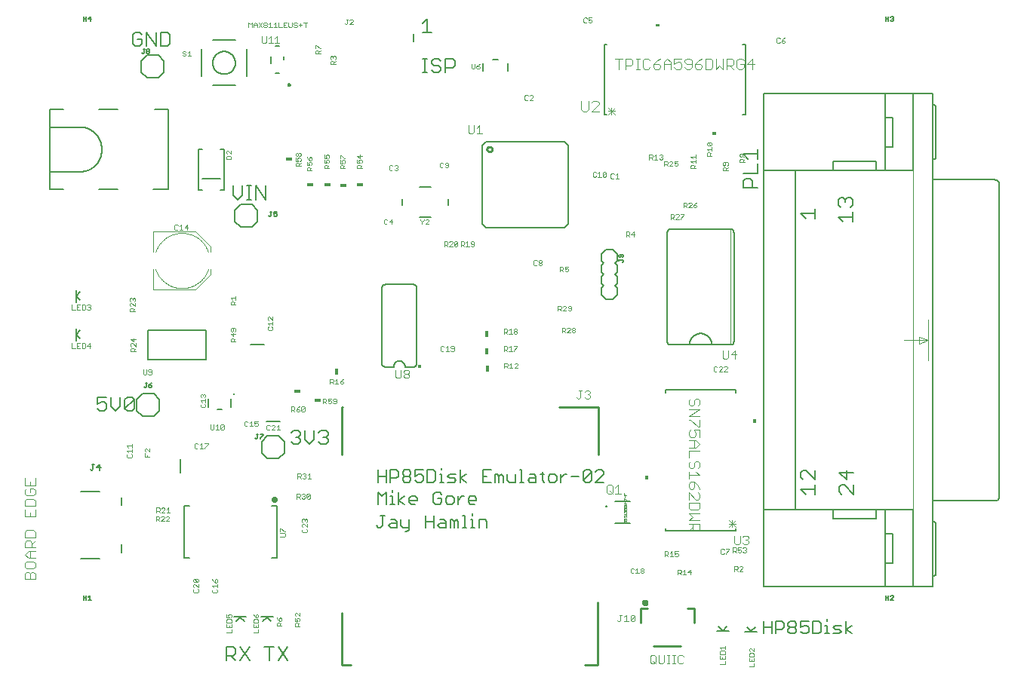
<source format=gbr>
G04 EAGLE Gerber RS-274X export*
G75*
%MOMM*%
%FSLAX34Y34*%
%LPD*%
%INSilkscreen Top*%
%IPPOS*%
%AMOC8*
5,1,8,0,0,1.08239X$1,22.5*%
G01*
%ADD10C,0.127000*%
%ADD11C,0.076200*%
%ADD12C,0.050800*%
%ADD13C,0.203200*%
%ADD14R,0.381000X0.762000*%
%ADD15C,0.436994*%
%ADD16C,0.101600*%
%ADD17C,0.254000*%
%ADD18C,0.254000*%
%ADD19C,0.152400*%
%ADD20C,0.177800*%
%ADD21R,0.762000X0.381000*%
%ADD22R,0.127000X0.508000*%
%ADD23C,0.718400*%
%ADD24C,0.025400*%
%ADD25C,0.400000*%

G36*
X691357Y727184D02*
X691357Y727184D01*
X691359Y727183D01*
X691402Y727203D01*
X691446Y727221D01*
X691446Y727223D01*
X691448Y727224D01*
X691481Y727309D01*
X691481Y729849D01*
X691480Y729851D01*
X691481Y729853D01*
X691461Y729896D01*
X691443Y729940D01*
X691441Y729940D01*
X691440Y729942D01*
X691355Y729975D01*
X687545Y729975D01*
X687543Y729974D01*
X687541Y729975D01*
X687498Y729955D01*
X687454Y729937D01*
X687454Y729935D01*
X687452Y729934D01*
X687419Y729849D01*
X687419Y727309D01*
X687420Y727307D01*
X687419Y727305D01*
X687439Y727262D01*
X687457Y727218D01*
X687459Y727218D01*
X687460Y727216D01*
X687545Y727183D01*
X691355Y727183D01*
X691357Y727184D01*
G37*
G36*
X754946Y606063D02*
X754946Y606063D01*
X754946Y606065D01*
X754948Y606066D01*
X754981Y606151D01*
X754981Y608691D01*
X754980Y608693D01*
X754981Y608695D01*
X754961Y608738D01*
X754943Y608782D01*
X754941Y608782D01*
X754940Y608784D01*
X754855Y608817D01*
X751045Y608817D01*
X751043Y608816D01*
X751041Y608817D01*
X750998Y608797D01*
X750954Y608779D01*
X750954Y608777D01*
X750952Y608776D01*
X750919Y608691D01*
X750919Y606151D01*
X750920Y606149D01*
X750919Y606147D01*
X750939Y606104D01*
X750957Y606060D01*
X750959Y606060D01*
X750960Y606058D01*
X751045Y606025D01*
X754855Y606025D01*
X754857Y606026D01*
X754859Y606025D01*
X754902Y606045D01*
X754946Y606063D01*
G37*
G36*
X799351Y282420D02*
X799351Y282420D01*
X799353Y282419D01*
X799396Y282439D01*
X799440Y282457D01*
X799440Y282459D01*
X799442Y282460D01*
X799475Y282545D01*
X799475Y286355D01*
X799474Y286357D01*
X799475Y286359D01*
X799455Y286402D01*
X799437Y286446D01*
X799435Y286446D01*
X799434Y286448D01*
X799349Y286481D01*
X796809Y286481D01*
X796807Y286480D01*
X796805Y286481D01*
X796762Y286461D01*
X796718Y286443D01*
X796718Y286441D01*
X796716Y286440D01*
X796683Y286355D01*
X796683Y282545D01*
X796684Y282543D01*
X796683Y282541D01*
X796703Y282498D01*
X796721Y282454D01*
X796723Y282454D01*
X796724Y282452D01*
X796809Y282419D01*
X799349Y282419D01*
X799351Y282420D01*
G37*
G36*
X678193Y218920D02*
X678193Y218920D01*
X678195Y218919D01*
X678238Y218939D01*
X678282Y218957D01*
X678282Y218959D01*
X678284Y218960D01*
X678317Y219045D01*
X678317Y222855D01*
X678316Y222857D01*
X678317Y222859D01*
X678297Y222902D01*
X678279Y222946D01*
X678277Y222946D01*
X678276Y222948D01*
X678191Y222981D01*
X675651Y222981D01*
X675649Y222980D01*
X675647Y222981D01*
X675604Y222961D01*
X675560Y222943D01*
X675560Y222941D01*
X675558Y222940D01*
X675525Y222855D01*
X675525Y219045D01*
X675526Y219043D01*
X675525Y219041D01*
X675545Y218998D01*
X675563Y218954D01*
X675565Y218954D01*
X675566Y218952D01*
X675651Y218919D01*
X678191Y218919D01*
X678193Y218920D01*
G37*
D10*
X375635Y215635D02*
X375635Y229377D01*
X375635Y222506D02*
X384796Y222506D01*
X384796Y229377D02*
X384796Y215635D01*
X389447Y215635D02*
X389447Y229377D01*
X396318Y229377D01*
X398608Y227086D01*
X398608Y222506D01*
X396318Y220216D01*
X389447Y220216D01*
X403259Y227086D02*
X405549Y229377D01*
X410129Y229377D01*
X412420Y227086D01*
X412420Y224796D01*
X410129Y222506D01*
X412420Y220216D01*
X412420Y217925D01*
X410129Y215635D01*
X405549Y215635D01*
X403259Y217925D01*
X403259Y220216D01*
X405549Y222506D01*
X403259Y224796D01*
X403259Y227086D01*
X405549Y222506D02*
X410129Y222506D01*
X417070Y229377D02*
X426232Y229377D01*
X417070Y229377D02*
X417070Y222506D01*
X421651Y224796D01*
X423941Y224796D01*
X426232Y222506D01*
X426232Y217925D01*
X423941Y215635D01*
X419361Y215635D01*
X417070Y217925D01*
X430882Y215635D02*
X430882Y229377D01*
X430882Y215635D02*
X437753Y215635D01*
X440043Y217925D01*
X440043Y227086D01*
X437753Y229377D01*
X430882Y229377D01*
X444694Y224796D02*
X446984Y224796D01*
X446984Y215635D01*
X444694Y215635D02*
X449274Y215635D01*
X446984Y229377D02*
X446984Y231667D01*
X453902Y215635D02*
X460773Y215635D01*
X463063Y217925D01*
X460773Y220216D01*
X456192Y220216D01*
X453902Y222506D01*
X456192Y224796D01*
X463063Y224796D01*
X467714Y229377D02*
X467714Y215635D01*
X467714Y220216D02*
X474584Y215635D01*
X467714Y220216D02*
X474584Y224796D01*
X493035Y229377D02*
X502196Y229377D01*
X493035Y229377D02*
X493035Y215635D01*
X502196Y215635D01*
X497616Y222506D02*
X493035Y222506D01*
X506847Y224796D02*
X506847Y215635D01*
X506847Y224796D02*
X509137Y224796D01*
X511427Y222506D01*
X511427Y215635D01*
X511427Y222506D02*
X513718Y224796D01*
X516008Y222506D01*
X516008Y215635D01*
X520659Y217925D02*
X520659Y224796D01*
X520659Y217925D02*
X522949Y215635D01*
X529820Y215635D01*
X529820Y224796D01*
X534470Y229377D02*
X536761Y229377D01*
X536761Y215635D01*
X539051Y215635D02*
X534470Y215635D01*
X545969Y224796D02*
X550549Y224796D01*
X552839Y222506D01*
X552839Y215635D01*
X545969Y215635D01*
X543678Y217925D01*
X545969Y220216D01*
X552839Y220216D01*
X559780Y217925D02*
X559780Y227086D01*
X559780Y217925D02*
X562071Y215635D01*
X562071Y224796D02*
X557490Y224796D01*
X568988Y215635D02*
X573569Y215635D01*
X575859Y217925D01*
X575859Y222506D01*
X573569Y224796D01*
X568988Y224796D01*
X566698Y222506D01*
X566698Y217925D01*
X568988Y215635D01*
X580510Y215635D02*
X580510Y224796D01*
X580510Y220216D02*
X585090Y224796D01*
X587381Y224796D01*
X592020Y222506D02*
X601181Y222506D01*
X605831Y227086D02*
X605831Y217925D01*
X605831Y227086D02*
X608122Y229377D01*
X612702Y229377D01*
X614992Y227086D01*
X614992Y217925D01*
X612702Y215635D01*
X608122Y215635D01*
X605831Y217925D01*
X614992Y227086D01*
X619643Y215635D02*
X628804Y215635D01*
X619643Y215635D02*
X628804Y224796D01*
X628804Y227086D01*
X626514Y229377D01*
X621933Y229377D01*
X619643Y227086D01*
X375635Y204377D02*
X375635Y190635D01*
X380216Y199796D02*
X375635Y204377D01*
X380216Y199796D02*
X384796Y204377D01*
X384796Y190635D01*
X389447Y199796D02*
X391737Y199796D01*
X391737Y190635D01*
X389447Y190635D02*
X394027Y190635D01*
X391737Y204377D02*
X391737Y206667D01*
X398655Y204377D02*
X398655Y190635D01*
X398655Y195216D02*
X405525Y190635D01*
X398655Y195216D02*
X405525Y199796D01*
X412455Y190635D02*
X417035Y190635D01*
X412455Y190635D02*
X410164Y192925D01*
X410164Y197506D01*
X412455Y199796D01*
X417035Y199796D01*
X419326Y197506D01*
X419326Y195216D01*
X410164Y195216D01*
X444659Y204377D02*
X446949Y202086D01*
X444659Y204377D02*
X440078Y204377D01*
X437788Y202086D01*
X437788Y192925D01*
X440078Y190635D01*
X444659Y190635D01*
X446949Y192925D01*
X446949Y197506D01*
X442369Y197506D01*
X453890Y190635D02*
X458471Y190635D01*
X460761Y192925D01*
X460761Y197506D01*
X458471Y199796D01*
X453890Y199796D01*
X451600Y197506D01*
X451600Y192925D01*
X453890Y190635D01*
X465412Y190635D02*
X465412Y199796D01*
X465412Y195216D02*
X469992Y199796D01*
X472282Y199796D01*
X479212Y190635D02*
X483792Y190635D01*
X479212Y190635D02*
X476921Y192925D01*
X476921Y197506D01*
X479212Y199796D01*
X483792Y199796D01*
X486083Y197506D01*
X486083Y195216D01*
X476921Y195216D01*
X375925Y164635D02*
X373635Y166925D01*
X375925Y164635D02*
X378216Y164635D01*
X380506Y166925D01*
X380506Y178377D01*
X378216Y178377D02*
X382796Y178377D01*
X389737Y173796D02*
X394318Y173796D01*
X396608Y171506D01*
X396608Y164635D01*
X389737Y164635D01*
X387447Y166925D01*
X389737Y169216D01*
X396608Y169216D01*
X401259Y166925D02*
X401259Y173796D01*
X401259Y166925D02*
X403549Y164635D01*
X410420Y164635D01*
X410420Y162345D02*
X410420Y173796D01*
X410420Y162345D02*
X408129Y160054D01*
X405839Y160054D01*
X428882Y164635D02*
X428882Y178377D01*
X428882Y171506D02*
X438043Y171506D01*
X438043Y178377D02*
X438043Y164635D01*
X444984Y173796D02*
X449565Y173796D01*
X451855Y171506D01*
X451855Y164635D01*
X444984Y164635D01*
X442694Y166925D01*
X444984Y169216D01*
X451855Y169216D01*
X456506Y173796D02*
X456506Y164635D01*
X456506Y173796D02*
X458796Y173796D01*
X461086Y171506D01*
X461086Y164635D01*
X461086Y171506D02*
X463377Y173796D01*
X465667Y171506D01*
X465667Y164635D01*
X470317Y178377D02*
X472608Y178377D01*
X472608Y164635D01*
X474898Y164635D02*
X470317Y164635D01*
X479525Y173796D02*
X481816Y173796D01*
X481816Y164635D01*
X484106Y164635D02*
X479525Y164635D01*
X481816Y178377D02*
X481816Y180667D01*
X488733Y173796D02*
X488733Y164635D01*
X488733Y173796D02*
X495604Y173796D01*
X497894Y171506D01*
X497894Y164635D01*
X70973Y311142D02*
X60635Y311142D01*
X60635Y303389D01*
X65804Y305973D01*
X68389Y305973D01*
X70973Y303389D01*
X70973Y298220D01*
X68389Y295635D01*
X63220Y295635D01*
X60635Y298220D01*
X76071Y300804D02*
X76071Y311142D01*
X76071Y300804D02*
X81240Y295635D01*
X86409Y300804D01*
X86409Y311142D01*
X91507Y308558D02*
X91507Y298220D01*
X91507Y308558D02*
X94092Y311142D01*
X99261Y311142D01*
X101845Y308558D01*
X101845Y298220D01*
X99261Y295635D01*
X94092Y295635D01*
X91507Y298220D01*
X101845Y308558D01*
X278135Y271058D02*
X280720Y273642D01*
X285889Y273642D01*
X288473Y271058D01*
X288473Y268473D01*
X285889Y265889D01*
X283304Y265889D01*
X285889Y265889D02*
X288473Y263304D01*
X288473Y260720D01*
X285889Y258135D01*
X280720Y258135D01*
X278135Y260720D01*
X293571Y263304D02*
X293571Y273642D01*
X293571Y263304D02*
X298740Y258135D01*
X303909Y263304D01*
X303909Y273642D01*
X309007Y271058D02*
X311592Y273642D01*
X316761Y273642D01*
X319345Y271058D01*
X319345Y268473D01*
X316761Y265889D01*
X314176Y265889D01*
X316761Y265889D02*
X319345Y263304D01*
X319345Y260720D01*
X316761Y258135D01*
X311592Y258135D01*
X309007Y260720D01*
X213135Y538304D02*
X213135Y548642D01*
X213135Y538304D02*
X218304Y533135D01*
X223473Y538304D01*
X223473Y548642D01*
X228571Y533135D02*
X233740Y533135D01*
X231156Y533135D02*
X231156Y548642D01*
X233740Y548642D02*
X228571Y548642D01*
X238862Y548642D02*
X238862Y533135D01*
X249200Y533135D02*
X238862Y548642D01*
X249200Y548642D02*
X249200Y533135D01*
X110973Y718558D02*
X108389Y721142D01*
X103220Y721142D01*
X100635Y718558D01*
X100635Y708220D01*
X103220Y705635D01*
X108389Y705635D01*
X110973Y708220D01*
X110973Y713389D01*
X105804Y713389D01*
X116071Y721142D02*
X116071Y705635D01*
X126409Y705635D02*
X116071Y721142D01*
X126409Y721142D02*
X126409Y705635D01*
X131507Y705635D02*
X131507Y721142D01*
X131507Y705635D02*
X139261Y705635D01*
X141845Y708220D01*
X141845Y718558D01*
X139261Y721142D01*
X131507Y721142D01*
X425635Y675635D02*
X430804Y675635D01*
X428220Y675635D02*
X428220Y691142D01*
X430804Y691142D02*
X425635Y691142D01*
X443679Y691142D02*
X446264Y688558D01*
X443679Y691142D02*
X438510Y691142D01*
X435926Y688558D01*
X435926Y685973D01*
X438510Y683389D01*
X443679Y683389D01*
X446264Y680804D01*
X446264Y678220D01*
X443679Y675635D01*
X438510Y675635D01*
X435926Y678220D01*
X451362Y675635D02*
X451362Y691142D01*
X459115Y691142D01*
X461700Y688558D01*
X461700Y683389D01*
X459115Y680804D01*
X451362Y680804D01*
X425635Y730973D02*
X430804Y736142D01*
X430804Y720635D01*
X425635Y720635D02*
X435973Y720635D01*
X253304Y31142D02*
X253304Y15635D01*
X248135Y31142D02*
X258473Y31142D01*
X263571Y31142D02*
X273909Y15635D01*
X263571Y15635D02*
X273909Y31142D01*
X205635Y31142D02*
X205635Y15635D01*
X205635Y31142D02*
X213389Y31142D01*
X215973Y28558D01*
X215973Y23389D01*
X213389Y20804D01*
X205635Y20804D01*
X210804Y20804D02*
X215973Y15635D01*
X231409Y15635D02*
X221071Y31142D01*
X231409Y31142D02*
X221071Y15635D01*
X808135Y45635D02*
X808135Y59377D01*
X808135Y52506D02*
X817296Y52506D01*
X817296Y59377D02*
X817296Y45635D01*
X821947Y45635D02*
X821947Y59377D01*
X828818Y59377D01*
X831108Y57086D01*
X831108Y52506D01*
X828818Y50216D01*
X821947Y50216D01*
X835759Y57086D02*
X838049Y59377D01*
X842629Y59377D01*
X844920Y57086D01*
X844920Y54796D01*
X842629Y52506D01*
X844920Y50216D01*
X844920Y47925D01*
X842629Y45635D01*
X838049Y45635D01*
X835759Y47925D01*
X835759Y50216D01*
X838049Y52506D01*
X835759Y54796D01*
X835759Y57086D01*
X838049Y52506D02*
X842629Y52506D01*
X849570Y59377D02*
X858732Y59377D01*
X849570Y59377D02*
X849570Y52506D01*
X854151Y54796D01*
X856441Y54796D01*
X858732Y52506D01*
X858732Y47925D01*
X856441Y45635D01*
X851861Y45635D01*
X849570Y47925D01*
X863382Y45635D02*
X863382Y59377D01*
X863382Y45635D02*
X870253Y45635D01*
X872543Y47925D01*
X872543Y57086D01*
X870253Y59377D01*
X863382Y59377D01*
X877194Y54796D02*
X879484Y54796D01*
X879484Y45635D01*
X877194Y45635D02*
X881774Y45635D01*
X879484Y59377D02*
X879484Y61667D01*
X886402Y45635D02*
X893273Y45635D01*
X895563Y47925D01*
X893273Y50216D01*
X888692Y50216D01*
X886402Y52506D01*
X888692Y54796D01*
X895563Y54796D01*
X900214Y59377D02*
X900214Y45635D01*
X900214Y50216D02*
X907084Y45635D01*
X900214Y50216D02*
X907084Y54796D01*
D11*
X680881Y19719D02*
X680881Y13449D01*
X680881Y19719D02*
X682449Y21287D01*
X685584Y21287D01*
X687152Y19719D01*
X687152Y13449D01*
X685584Y11881D01*
X682449Y11881D01*
X680881Y13449D01*
X684016Y15016D02*
X687152Y11881D01*
X690236Y13449D02*
X690236Y21287D01*
X690236Y13449D02*
X691804Y11881D01*
X694939Y11881D01*
X696507Y13449D01*
X696507Y21287D01*
X699591Y11881D02*
X702727Y11881D01*
X701159Y11881D02*
X701159Y21287D01*
X699591Y21287D02*
X702727Y21287D01*
X705828Y11881D02*
X708964Y11881D01*
X707396Y11881D02*
X707396Y21287D01*
X705828Y21287D02*
X708964Y21287D01*
X716768Y21287D02*
X718336Y19719D01*
X716768Y21287D02*
X713633Y21287D01*
X712065Y19719D01*
X712065Y13449D01*
X713633Y11881D01*
X716768Y11881D01*
X718336Y13449D01*
D12*
X640469Y561455D02*
X639537Y562387D01*
X637673Y562387D01*
X636741Y561455D01*
X636741Y557726D01*
X637673Y556794D01*
X639537Y556794D01*
X640469Y557726D01*
X642354Y560523D02*
X644218Y562387D01*
X644218Y556794D01*
X642354Y556794D02*
X646083Y556794D01*
X775341Y121287D02*
X775341Y115694D01*
X775341Y121287D02*
X778137Y121287D01*
X779069Y120355D01*
X779069Y118490D01*
X778137Y117558D01*
X775341Y117558D01*
X777205Y117558D02*
X779069Y115694D01*
X780954Y115694D02*
X784683Y115694D01*
X780954Y115694D02*
X784683Y119423D01*
X784683Y120355D01*
X783750Y121287D01*
X781886Y121287D01*
X780954Y120355D01*
X327912Y684818D02*
X322319Y684818D01*
X322319Y687614D01*
X323251Y688546D01*
X325116Y688546D01*
X326048Y687614D01*
X326048Y684818D01*
X326048Y686682D02*
X327912Y688546D01*
X323251Y690431D02*
X322319Y691363D01*
X322319Y693227D01*
X323251Y694159D01*
X324184Y694159D01*
X325116Y693227D01*
X325116Y692295D01*
X325116Y693227D02*
X326048Y694159D01*
X326980Y694159D01*
X327912Y693227D01*
X327912Y691363D01*
X326980Y690431D01*
X543037Y650167D02*
X543969Y649235D01*
X543037Y650167D02*
X541173Y650167D01*
X540241Y649235D01*
X540241Y645506D01*
X541173Y644574D01*
X543037Y644574D01*
X543969Y645506D01*
X545854Y644574D02*
X549583Y644574D01*
X545854Y644574D02*
X549583Y648303D01*
X549583Y649235D01*
X548650Y650167D01*
X546786Y650167D01*
X545854Y649235D01*
D13*
X755545Y48263D02*
X769195Y48263D01*
X767133Y53213D02*
X762370Y48450D01*
X757608Y53213D01*
D12*
X759258Y11228D02*
X764851Y11228D01*
X764851Y14956D01*
X759258Y16841D02*
X759258Y20569D01*
X759258Y16841D02*
X764851Y16841D01*
X764851Y20569D01*
X762055Y18705D02*
X762055Y16841D01*
X764851Y22454D02*
X759258Y22454D01*
X764851Y22454D02*
X764851Y25250D01*
X763919Y26182D01*
X760190Y26182D01*
X759258Y25250D01*
X759258Y22454D01*
X761123Y28067D02*
X759258Y29931D01*
X764851Y29931D01*
X764851Y28067D02*
X764851Y31796D01*
D13*
X215200Y661300D02*
X190100Y661300D01*
X177400Y671300D02*
X177400Y702100D01*
X190400Y712100D02*
X215200Y712100D01*
X228200Y702100D02*
X228200Y671300D01*
X190100Y686700D02*
X190104Y687012D01*
X190115Y687323D01*
X190134Y687634D01*
X190161Y687945D01*
X190196Y688255D01*
X190237Y688563D01*
X190287Y688871D01*
X190344Y689178D01*
X190409Y689483D01*
X190481Y689786D01*
X190560Y690087D01*
X190647Y690387D01*
X190741Y690684D01*
X190842Y690979D01*
X190951Y691271D01*
X191067Y691560D01*
X191190Y691847D01*
X191319Y692130D01*
X191456Y692410D01*
X191600Y692687D01*
X191750Y692960D01*
X191907Y693229D01*
X192070Y693494D01*
X192240Y693756D01*
X192417Y694013D01*
X192599Y694265D01*
X192788Y694513D01*
X192983Y694757D01*
X193183Y694995D01*
X193390Y695229D01*
X193602Y695457D01*
X193820Y695680D01*
X194043Y695898D01*
X194271Y696110D01*
X194505Y696317D01*
X194743Y696517D01*
X194987Y696712D01*
X195235Y696901D01*
X195487Y697083D01*
X195744Y697260D01*
X196006Y697430D01*
X196271Y697593D01*
X196540Y697750D01*
X196813Y697900D01*
X197090Y698044D01*
X197370Y698181D01*
X197653Y698310D01*
X197940Y698433D01*
X198229Y698549D01*
X198521Y698658D01*
X198816Y698759D01*
X199113Y698853D01*
X199413Y698940D01*
X199714Y699019D01*
X200017Y699091D01*
X200322Y699156D01*
X200629Y699213D01*
X200937Y699263D01*
X201245Y699304D01*
X201555Y699339D01*
X201866Y699366D01*
X202177Y699385D01*
X202488Y699396D01*
X202800Y699400D01*
X203112Y699396D01*
X203423Y699385D01*
X203734Y699366D01*
X204045Y699339D01*
X204355Y699304D01*
X204663Y699263D01*
X204971Y699213D01*
X205278Y699156D01*
X205583Y699091D01*
X205886Y699019D01*
X206187Y698940D01*
X206487Y698853D01*
X206784Y698759D01*
X207079Y698658D01*
X207371Y698549D01*
X207660Y698433D01*
X207947Y698310D01*
X208230Y698181D01*
X208510Y698044D01*
X208787Y697900D01*
X209060Y697750D01*
X209329Y697593D01*
X209594Y697430D01*
X209856Y697260D01*
X210113Y697083D01*
X210365Y696901D01*
X210613Y696712D01*
X210857Y696517D01*
X211095Y696317D01*
X211329Y696110D01*
X211557Y695898D01*
X211780Y695680D01*
X211998Y695457D01*
X212210Y695229D01*
X212417Y694995D01*
X212617Y694757D01*
X212812Y694513D01*
X213001Y694265D01*
X213183Y694013D01*
X213360Y693756D01*
X213530Y693494D01*
X213693Y693229D01*
X213850Y692960D01*
X214000Y692687D01*
X214144Y692410D01*
X214281Y692130D01*
X214410Y691847D01*
X214533Y691560D01*
X214649Y691271D01*
X214758Y690979D01*
X214859Y690684D01*
X214953Y690387D01*
X215040Y690087D01*
X215119Y689786D01*
X215191Y689483D01*
X215256Y689178D01*
X215313Y688871D01*
X215363Y688563D01*
X215404Y688255D01*
X215439Y687945D01*
X215466Y687634D01*
X215485Y687323D01*
X215496Y687012D01*
X215500Y686700D01*
X215496Y686388D01*
X215485Y686077D01*
X215466Y685766D01*
X215439Y685455D01*
X215404Y685145D01*
X215363Y684837D01*
X215313Y684529D01*
X215256Y684222D01*
X215191Y683917D01*
X215119Y683614D01*
X215040Y683313D01*
X214953Y683013D01*
X214859Y682716D01*
X214758Y682421D01*
X214649Y682129D01*
X214533Y681840D01*
X214410Y681553D01*
X214281Y681270D01*
X214144Y680990D01*
X214000Y680713D01*
X213850Y680440D01*
X213693Y680171D01*
X213530Y679906D01*
X213360Y679644D01*
X213183Y679387D01*
X213001Y679135D01*
X212812Y678887D01*
X212617Y678643D01*
X212417Y678405D01*
X212210Y678171D01*
X211998Y677943D01*
X211780Y677720D01*
X211557Y677502D01*
X211329Y677290D01*
X211095Y677083D01*
X210857Y676883D01*
X210613Y676688D01*
X210365Y676499D01*
X210113Y676317D01*
X209856Y676140D01*
X209594Y675970D01*
X209329Y675807D01*
X209060Y675650D01*
X208787Y675500D01*
X208510Y675356D01*
X208230Y675219D01*
X207947Y675090D01*
X207660Y674967D01*
X207371Y674851D01*
X207079Y674742D01*
X206784Y674641D01*
X206487Y674547D01*
X206187Y674460D01*
X205886Y674381D01*
X205583Y674309D01*
X205278Y674244D01*
X204971Y674187D01*
X204663Y674137D01*
X204355Y674096D01*
X204045Y674061D01*
X203734Y674034D01*
X203423Y674015D01*
X203112Y674004D01*
X202800Y674000D01*
X202488Y674004D01*
X202177Y674015D01*
X201866Y674034D01*
X201555Y674061D01*
X201245Y674096D01*
X200937Y674137D01*
X200629Y674187D01*
X200322Y674244D01*
X200017Y674309D01*
X199714Y674381D01*
X199413Y674460D01*
X199113Y674547D01*
X198816Y674641D01*
X198521Y674742D01*
X198229Y674851D01*
X197940Y674967D01*
X197653Y675090D01*
X197370Y675219D01*
X197090Y675356D01*
X196813Y675500D01*
X196540Y675650D01*
X196271Y675807D01*
X196006Y675970D01*
X195744Y676140D01*
X195487Y676317D01*
X195235Y676499D01*
X194987Y676688D01*
X194743Y676883D01*
X194505Y677083D01*
X194271Y677290D01*
X194043Y677502D01*
X193820Y677720D01*
X193602Y677943D01*
X193390Y678171D01*
X193183Y678405D01*
X192983Y678643D01*
X192788Y678887D01*
X192599Y679135D01*
X192417Y679387D01*
X192240Y679644D01*
X192070Y679906D01*
X191907Y680171D01*
X191750Y680440D01*
X191600Y680713D01*
X191456Y680990D01*
X191319Y681270D01*
X191190Y681553D01*
X191067Y681840D01*
X190951Y682129D01*
X190842Y682421D01*
X190741Y682716D01*
X190647Y683013D01*
X190560Y683313D01*
X190481Y683614D01*
X190409Y683917D01*
X190344Y684222D01*
X190287Y684529D01*
X190237Y684837D01*
X190196Y685145D01*
X190161Y685455D01*
X190134Y685766D01*
X190115Y686077D01*
X190104Y686388D01*
X190100Y686700D01*
D12*
X159946Y698839D02*
X159014Y699771D01*
X157150Y699771D01*
X156218Y698839D01*
X156218Y697907D01*
X157150Y696974D01*
X159014Y696974D01*
X159946Y696042D01*
X159946Y695110D01*
X159014Y694178D01*
X157150Y694178D01*
X156218Y695110D01*
X161831Y697907D02*
X163695Y699771D01*
X163695Y694178D01*
X161831Y694178D02*
X165559Y694178D01*
D14*
X498400Y343500D03*
D12*
X517264Y343874D02*
X517264Y349467D01*
X520060Y349467D01*
X520993Y348535D01*
X520993Y346670D01*
X520060Y345738D01*
X517264Y345738D01*
X519128Y345738D02*
X520993Y343874D01*
X522877Y347603D02*
X524741Y349467D01*
X524741Y343874D01*
X522877Y343874D02*
X526606Y343874D01*
X528490Y343874D02*
X532219Y343874D01*
X528490Y343874D02*
X532219Y347603D01*
X532219Y348535D01*
X531287Y349467D01*
X529422Y349467D01*
X528490Y348535D01*
D14*
X329400Y339500D03*
D12*
X321705Y331631D02*
X321705Y326038D01*
X321705Y331631D02*
X324501Y331631D01*
X325433Y330699D01*
X325433Y328834D01*
X324501Y327902D01*
X321705Y327902D01*
X323569Y327902D02*
X325433Y326038D01*
X327318Y329767D02*
X329182Y331631D01*
X329182Y326038D01*
X327318Y326038D02*
X331046Y326038D01*
X334795Y330699D02*
X336659Y331631D01*
X334795Y330699D02*
X332931Y328834D01*
X332931Y326970D01*
X333863Y326038D01*
X335727Y326038D01*
X336659Y326970D01*
X336659Y327902D01*
X335727Y328834D01*
X332931Y328834D01*
D14*
X497900Y362400D03*
D12*
X516764Y362774D02*
X516764Y368367D01*
X519560Y368367D01*
X520493Y367435D01*
X520493Y365570D01*
X519560Y364638D01*
X516764Y364638D01*
X518628Y364638D02*
X520493Y362774D01*
X522377Y366503D02*
X524241Y368367D01*
X524241Y362774D01*
X522377Y362774D02*
X526106Y362774D01*
X527990Y368367D02*
X531719Y368367D01*
X531719Y367435D01*
X527990Y363706D01*
X527990Y362774D01*
D13*
X379737Y348982D02*
X379737Y433818D01*
X414853Y437628D02*
X414966Y437644D01*
X415080Y437655D01*
X415194Y437662D01*
X415308Y437666D01*
X415423Y437665D01*
X415537Y437661D01*
X415651Y437653D01*
X415765Y437641D01*
X415878Y437625D01*
X415990Y437605D01*
X416102Y437581D01*
X416213Y437554D01*
X416323Y437522D01*
X416432Y437487D01*
X416540Y437449D01*
X416646Y437406D01*
X416750Y437360D01*
X416854Y437311D01*
X416955Y437258D01*
X417054Y437202D01*
X417152Y437142D01*
X417247Y437079D01*
X417340Y437012D01*
X417431Y436943D01*
X417519Y436871D01*
X417605Y436795D01*
X417689Y436717D01*
X417769Y436636D01*
X417847Y436552D01*
X417922Y436465D01*
X417993Y436376D01*
X418062Y436285D01*
X418128Y436191D01*
X418190Y436096D01*
X418249Y435998D01*
X418305Y435898D01*
X418357Y435796D01*
X418406Y435693D01*
X418451Y435588D01*
X418492Y435481D01*
X418530Y435373D01*
X418565Y435264D01*
X418595Y435154D01*
X418622Y435043D01*
X418644Y434931D01*
X418663Y434818D01*
X379737Y348982D02*
X379754Y348852D01*
X379775Y348723D01*
X379800Y348594D01*
X379828Y348466D01*
X379861Y348339D01*
X379897Y348213D01*
X379938Y348088D01*
X379982Y347965D01*
X380029Y347843D01*
X380081Y347722D01*
X380135Y347603D01*
X380194Y347486D01*
X380256Y347371D01*
X380321Y347257D01*
X380390Y347145D01*
X380463Y347036D01*
X380538Y346929D01*
X380617Y346824D01*
X380699Y346722D01*
X380784Y346622D01*
X380871Y346525D01*
X380962Y346430D01*
X381056Y346338D01*
X381152Y346249D01*
X381251Y346163D01*
X381352Y346081D01*
X381456Y346001D01*
X381563Y345924D01*
X381671Y345851D01*
X381782Y345781D01*
X381895Y345714D01*
X382010Y345651D01*
X382126Y345591D01*
X382245Y345535D01*
X382365Y345482D01*
X382486Y345433D01*
X382609Y345388D01*
X382734Y345346D01*
X382859Y345308D01*
X382986Y345275D01*
X383113Y345244D01*
X383242Y345218D01*
X383371Y345196D01*
X383501Y345177D01*
X383631Y345163D01*
X383762Y345152D01*
X383893Y345146D01*
X384024Y345143D01*
X384155Y345144D01*
X384286Y345150D01*
X384416Y345159D01*
X384547Y345172D01*
X379737Y433818D02*
X379739Y433940D01*
X379745Y434062D01*
X379755Y434184D01*
X379768Y434305D01*
X379786Y434426D01*
X379807Y434546D01*
X379832Y434666D01*
X379861Y434785D01*
X379894Y434902D01*
X379931Y435019D01*
X379971Y435134D01*
X380015Y435248D01*
X380063Y435360D01*
X380114Y435471D01*
X380169Y435580D01*
X380227Y435688D01*
X380289Y435793D01*
X380354Y435897D01*
X380422Y435998D01*
X380493Y436097D01*
X380568Y436194D01*
X380646Y436288D01*
X380726Y436380D01*
X380810Y436469D01*
X380896Y436555D01*
X380985Y436639D01*
X381077Y436719D01*
X381171Y436797D01*
X381268Y436872D01*
X381367Y436943D01*
X381468Y437011D01*
X381572Y437076D01*
X381677Y437138D01*
X381785Y437196D01*
X381894Y437251D01*
X382005Y437302D01*
X382117Y437350D01*
X382231Y437394D01*
X382346Y437434D01*
X382463Y437471D01*
X382580Y437504D01*
X382699Y437533D01*
X382819Y437558D01*
X382939Y437579D01*
X383060Y437597D01*
X383181Y437610D01*
X383303Y437620D01*
X383425Y437626D01*
X383547Y437628D01*
X418663Y348983D02*
X418678Y348869D01*
X418690Y348755D01*
X418697Y348641D01*
X418701Y348527D01*
X418700Y348413D01*
X418696Y348298D01*
X418688Y348184D01*
X418676Y348071D01*
X418660Y347958D01*
X418640Y347845D01*
X418616Y347733D01*
X418589Y347622D01*
X418558Y347512D01*
X418523Y347403D01*
X418484Y347296D01*
X418442Y347189D01*
X418396Y347085D01*
X418346Y346982D01*
X418293Y346880D01*
X418237Y346781D01*
X418177Y346683D01*
X418114Y346588D01*
X418048Y346495D01*
X417978Y346404D01*
X417906Y346316D01*
X417830Y346230D01*
X417752Y346147D01*
X417671Y346066D01*
X417587Y345988D01*
X417501Y345914D01*
X417412Y345842D01*
X417320Y345773D01*
X417227Y345707D01*
X417131Y345645D01*
X417033Y345586D01*
X416933Y345530D01*
X416831Y345478D01*
X416728Y345430D01*
X416623Y345384D01*
X416516Y345343D01*
X416408Y345305D01*
X416299Y345271D01*
X416189Y345241D01*
X416078Y345214D01*
X415966Y345191D01*
X415853Y345172D01*
X418663Y348982D02*
X418663Y434818D01*
X414853Y437628D02*
X383547Y437628D01*
X393104Y345680D02*
X393106Y345838D01*
X393112Y345997D01*
X393122Y346155D01*
X393136Y346312D01*
X393153Y346470D01*
X393175Y346626D01*
X393200Y346783D01*
X393230Y346938D01*
X393263Y347093D01*
X393300Y347247D01*
X393341Y347400D01*
X393386Y347552D01*
X393435Y347702D01*
X393487Y347852D01*
X393543Y348000D01*
X393603Y348147D01*
X393666Y348292D01*
X393733Y348435D01*
X393803Y348577D01*
X393877Y348717D01*
X393955Y348855D01*
X394036Y348991D01*
X394120Y349125D01*
X394207Y349257D01*
X394298Y349387D01*
X394392Y349514D01*
X394489Y349639D01*
X394590Y349762D01*
X394693Y349882D01*
X394799Y349999D01*
X394908Y350114D01*
X395020Y350226D01*
X395135Y350335D01*
X395252Y350441D01*
X395372Y350544D01*
X395495Y350645D01*
X395620Y350742D01*
X395747Y350836D01*
X395877Y350927D01*
X396009Y351014D01*
X396143Y351098D01*
X396279Y351179D01*
X396417Y351257D01*
X396557Y351331D01*
X396699Y351401D01*
X396842Y351468D01*
X396987Y351531D01*
X397134Y351591D01*
X397282Y351647D01*
X397432Y351699D01*
X397582Y351748D01*
X397734Y351793D01*
X397887Y351834D01*
X398041Y351871D01*
X398196Y351904D01*
X398351Y351934D01*
X398508Y351959D01*
X398664Y351981D01*
X398822Y351998D01*
X398979Y352012D01*
X399137Y352022D01*
X399296Y352028D01*
X399454Y352030D01*
X399612Y352028D01*
X399771Y352022D01*
X399929Y352012D01*
X400086Y351998D01*
X400244Y351981D01*
X400400Y351959D01*
X400557Y351934D01*
X400712Y351904D01*
X400867Y351871D01*
X401021Y351834D01*
X401174Y351793D01*
X401326Y351748D01*
X401476Y351699D01*
X401626Y351647D01*
X401774Y351591D01*
X401921Y351531D01*
X402066Y351468D01*
X402209Y351401D01*
X402351Y351331D01*
X402491Y351257D01*
X402629Y351179D01*
X402765Y351098D01*
X402899Y351014D01*
X403031Y350927D01*
X403161Y350836D01*
X403288Y350742D01*
X403413Y350645D01*
X403536Y350544D01*
X403656Y350441D01*
X403773Y350335D01*
X403888Y350226D01*
X404000Y350114D01*
X404109Y349999D01*
X404215Y349882D01*
X404318Y349762D01*
X404419Y349639D01*
X404516Y349514D01*
X404610Y349387D01*
X404701Y349257D01*
X404788Y349125D01*
X404872Y348991D01*
X404953Y348855D01*
X405031Y348717D01*
X405105Y348577D01*
X405175Y348435D01*
X405242Y348292D01*
X405305Y348147D01*
X405365Y348000D01*
X405421Y347852D01*
X405473Y347702D01*
X405522Y347552D01*
X405567Y347400D01*
X405608Y347247D01*
X405645Y347093D01*
X405678Y346938D01*
X405708Y346783D01*
X405733Y346626D01*
X405755Y346470D01*
X405772Y346312D01*
X405786Y346155D01*
X405796Y345997D01*
X405802Y345838D01*
X405804Y345680D01*
X393104Y345172D02*
X384674Y345172D01*
X405804Y345172D02*
X415853Y345172D01*
D15*
X422314Y345680D03*
D16*
X395158Y341810D02*
X395158Y334183D01*
X396683Y332658D01*
X399734Y332658D01*
X401259Y334183D01*
X401259Y341810D01*
X404513Y340285D02*
X406038Y341810D01*
X409089Y341810D01*
X410614Y340285D01*
X410614Y338759D01*
X409089Y337234D01*
X410614Y335709D01*
X410614Y334183D01*
X409089Y332658D01*
X406038Y332658D01*
X404513Y334183D01*
X404513Y335709D01*
X406038Y337234D01*
X404513Y338759D01*
X404513Y340285D01*
X406038Y337234D02*
X409089Y337234D01*
D14*
X497900Y381900D03*
D12*
X516764Y382274D02*
X516764Y387867D01*
X519560Y387867D01*
X520493Y386935D01*
X520493Y385070D01*
X519560Y384138D01*
X516764Y384138D01*
X518628Y384138D02*
X520493Y382274D01*
X522377Y386003D02*
X524241Y387867D01*
X524241Y382274D01*
X522377Y382274D02*
X526106Y382274D01*
X527990Y386935D02*
X528922Y387867D01*
X530787Y387867D01*
X531719Y386935D01*
X531719Y386003D01*
X530787Y385070D01*
X531719Y384138D01*
X531719Y383206D01*
X530787Y382274D01*
X528922Y382274D01*
X527990Y383206D01*
X527990Y384138D01*
X528922Y385070D01*
X527990Y386003D01*
X527990Y386935D01*
X528922Y385070D02*
X530787Y385070D01*
D17*
X578790Y300150D02*
X622780Y300150D01*
X622780Y246810D01*
X621780Y80710D02*
X621780Y10320D01*
X607600Y10200D01*
X335330Y10320D02*
X335330Y69090D01*
X335330Y10320D02*
X345110Y10320D01*
X336220Y300150D02*
X335330Y300150D01*
X335330Y246810D01*
D11*
X598081Y310949D02*
X599649Y309381D01*
X601216Y309381D01*
X602784Y310949D01*
X602784Y318787D01*
X601216Y318787D02*
X604352Y318787D01*
X607436Y317219D02*
X609004Y318787D01*
X612139Y318787D01*
X613707Y317219D01*
X613707Y315652D01*
X612139Y314084D01*
X610572Y314084D01*
X612139Y314084D02*
X613707Y312516D01*
X613707Y310949D01*
X612139Y309381D01*
X609004Y309381D01*
X607436Y310949D01*
D12*
X94765Y247163D02*
X93833Y246231D01*
X93833Y244366D01*
X94765Y243434D01*
X98494Y243434D01*
X99426Y244366D01*
X99426Y246231D01*
X98494Y247163D01*
X95698Y249047D02*
X93833Y250912D01*
X99426Y250912D01*
X99426Y252776D02*
X99426Y249047D01*
X95698Y254661D02*
X93833Y256525D01*
X99426Y256525D01*
X99426Y254661D02*
X99426Y258389D01*
X261969Y54041D02*
X267562Y54041D01*
X261969Y54041D02*
X261969Y56837D01*
X262901Y57769D01*
X264766Y57769D01*
X265698Y56837D01*
X265698Y54041D01*
X265698Y55905D02*
X267562Y57769D01*
X262901Y61518D02*
X261969Y63382D01*
X262901Y61518D02*
X264766Y59654D01*
X266630Y59654D01*
X267562Y60586D01*
X267562Y62450D01*
X266630Y63382D01*
X265698Y63382D01*
X264766Y62450D01*
X264766Y59654D01*
X468434Y480474D02*
X468434Y486067D01*
X471231Y486067D01*
X472163Y485135D01*
X472163Y483270D01*
X471231Y482338D01*
X468434Y482338D01*
X470299Y482338D02*
X472163Y480474D01*
X474047Y484203D02*
X475912Y486067D01*
X475912Y480474D01*
X477776Y480474D02*
X474047Y480474D01*
X479661Y481406D02*
X480593Y480474D01*
X482457Y480474D01*
X483389Y481406D01*
X483389Y485135D01*
X482457Y486067D01*
X480593Y486067D01*
X479661Y485135D01*
X479661Y484203D01*
X480593Y483270D01*
X483389Y483270D01*
X449934Y480474D02*
X449934Y486067D01*
X452731Y486067D01*
X453663Y485135D01*
X453663Y483270D01*
X452731Y482338D01*
X449934Y482338D01*
X451799Y482338D02*
X453663Y480474D01*
X455547Y480474D02*
X459276Y480474D01*
X455547Y480474D02*
X459276Y484203D01*
X459276Y485135D01*
X458344Y486067D01*
X456480Y486067D01*
X455547Y485135D01*
X461161Y485135D02*
X461161Y481406D01*
X461161Y485135D02*
X462093Y486067D01*
X463957Y486067D01*
X464889Y485135D01*
X464889Y481406D01*
X463957Y480474D01*
X462093Y480474D01*
X461161Y481406D01*
X464889Y485135D01*
X190501Y95463D02*
X189569Y94531D01*
X189569Y92666D01*
X190501Y91734D01*
X194230Y91734D01*
X195162Y92666D01*
X195162Y94531D01*
X194230Y95463D01*
X191434Y97347D02*
X189569Y99212D01*
X195162Y99212D01*
X195162Y101076D02*
X195162Y97347D01*
X190501Y104825D02*
X189569Y106689D01*
X190501Y104825D02*
X192366Y102961D01*
X194230Y102961D01*
X195162Y103893D01*
X195162Y105757D01*
X194230Y106689D01*
X193298Y106689D01*
X192366Y105757D01*
X192366Y102961D01*
D13*
X153470Y226380D02*
X153470Y241620D01*
D12*
X172731Y259321D02*
X173663Y258389D01*
X172731Y259321D02*
X170866Y259321D01*
X169934Y258389D01*
X169934Y254660D01*
X170866Y253728D01*
X172731Y253728D01*
X173663Y254660D01*
X175547Y257457D02*
X177412Y259321D01*
X177412Y253728D01*
X179276Y253728D02*
X175547Y253728D01*
X181161Y259321D02*
X184889Y259321D01*
X184889Y258389D01*
X181161Y254660D01*
X181161Y253728D01*
X126934Y186967D02*
X126934Y181374D01*
X126934Y186967D02*
X129731Y186967D01*
X130663Y186035D01*
X130663Y184170D01*
X129731Y183238D01*
X126934Y183238D01*
X128799Y183238D02*
X130663Y181374D01*
X132547Y181374D02*
X136276Y181374D01*
X132547Y181374D02*
X136276Y185103D01*
X136276Y186035D01*
X135344Y186967D01*
X133480Y186967D01*
X132547Y186035D01*
X138161Y185103D02*
X140025Y186967D01*
X140025Y181374D01*
X138161Y181374D02*
X141889Y181374D01*
X126434Y177467D02*
X126434Y171874D01*
X126434Y177467D02*
X129231Y177467D01*
X130163Y176535D01*
X130163Y174670D01*
X129231Y173738D01*
X126434Y173738D01*
X128299Y173738D02*
X130163Y171874D01*
X132047Y171874D02*
X135776Y171874D01*
X132047Y171874D02*
X135776Y175603D01*
X135776Y176535D01*
X134844Y177467D01*
X132980Y177467D01*
X132047Y176535D01*
X137661Y171874D02*
X141389Y171874D01*
X137661Y171874D02*
X141389Y175603D01*
X141389Y176535D01*
X140457Y177467D01*
X138593Y177467D01*
X137661Y176535D01*
X169201Y95663D02*
X168269Y94731D01*
X168269Y92866D01*
X169201Y91934D01*
X172930Y91934D01*
X173862Y92866D01*
X173862Y94731D01*
X172930Y95663D01*
X173862Y97547D02*
X173862Y101276D01*
X170134Y101276D02*
X173862Y97547D01*
X170134Y101276D02*
X169201Y101276D01*
X168269Y100344D01*
X168269Y98480D01*
X169201Y97547D01*
X169201Y103161D02*
X172930Y103161D01*
X169201Y103161D02*
X168269Y104093D01*
X168269Y105957D01*
X169201Y106889D01*
X172930Y106889D01*
X173862Y105957D01*
X173862Y104093D01*
X172930Y103161D01*
X169201Y106889D01*
D13*
X214175Y64238D02*
X227825Y64238D01*
X221000Y64050D02*
X216238Y59288D01*
X221000Y64050D02*
X225763Y59288D01*
D12*
X211221Y46728D02*
X205628Y46728D01*
X211221Y46728D02*
X211221Y50456D01*
X205628Y52341D02*
X205628Y56069D01*
X205628Y52341D02*
X211221Y52341D01*
X211221Y56069D01*
X208425Y54205D02*
X208425Y52341D01*
X211221Y57954D02*
X205628Y57954D01*
X211221Y57954D02*
X211221Y60750D01*
X210289Y61682D01*
X206560Y61682D01*
X205628Y60750D01*
X205628Y57954D01*
X205628Y63567D02*
X205628Y67296D01*
X205628Y63567D02*
X208425Y63567D01*
X207493Y65431D01*
X207493Y66363D01*
X208425Y67296D01*
X210289Y67296D01*
X211221Y66363D01*
X211221Y64499D01*
X210289Y63567D01*
D13*
X244175Y64238D02*
X257825Y64238D01*
X251000Y64050D02*
X246238Y59288D01*
X251000Y64050D02*
X255763Y59288D01*
D12*
X241221Y46728D02*
X235628Y46728D01*
X241221Y46728D02*
X241221Y50456D01*
X235628Y52341D02*
X235628Y56069D01*
X235628Y52341D02*
X241221Y52341D01*
X241221Y56069D01*
X238425Y54205D02*
X238425Y52341D01*
X241221Y57954D02*
X235628Y57954D01*
X241221Y57954D02*
X241221Y60750D01*
X240289Y61682D01*
X236560Y61682D01*
X235628Y60750D01*
X235628Y57954D01*
X236560Y65431D02*
X235628Y67296D01*
X236560Y65431D02*
X238425Y63567D01*
X240289Y63567D01*
X241221Y64499D01*
X241221Y66363D01*
X240289Y67296D01*
X239357Y67296D01*
X238425Y66363D01*
X238425Y63567D01*
X119316Y244241D02*
X113723Y244241D01*
X113723Y247969D01*
X116520Y246105D02*
X116520Y244241D01*
X119316Y249854D02*
X119316Y253583D01*
X115588Y253583D02*
X119316Y249854D01*
X115588Y253583D02*
X114655Y253583D01*
X113723Y252650D01*
X113723Y250786D01*
X114655Y249854D01*
D13*
X521424Y677506D02*
X521424Y686094D01*
X492976Y686094D02*
X492976Y677506D01*
X504516Y689904D02*
X509884Y689904D01*
D12*
X480341Y685401D02*
X480341Y680740D01*
X481273Y679808D01*
X483137Y679808D01*
X484069Y680740D01*
X484069Y685401D01*
X487818Y684469D02*
X489682Y685401D01*
X487818Y684469D02*
X485954Y682604D01*
X485954Y680740D01*
X486886Y679808D01*
X488750Y679808D01*
X489682Y680740D01*
X489682Y681672D01*
X488750Y682604D01*
X485954Y682604D01*
D13*
X496700Y597600D02*
X492700Y593600D01*
X496700Y597600D02*
X584700Y597600D01*
X588700Y593600D01*
X588700Y505600D01*
X584700Y501600D01*
X496700Y501600D01*
X492700Y505600D01*
X492700Y593600D01*
D17*
X497873Y589600D02*
X497875Y589706D01*
X497881Y589811D01*
X497891Y589917D01*
X497905Y590021D01*
X497922Y590126D01*
X497944Y590229D01*
X497969Y590332D01*
X497999Y590433D01*
X498032Y590534D01*
X498068Y590633D01*
X498109Y590730D01*
X498153Y590827D01*
X498201Y590921D01*
X498252Y591014D01*
X498306Y591104D01*
X498364Y591193D01*
X498425Y591279D01*
X498490Y591363D01*
X498557Y591444D01*
X498628Y591523D01*
X498701Y591599D01*
X498777Y591672D01*
X498856Y591743D01*
X498937Y591810D01*
X499021Y591875D01*
X499107Y591936D01*
X499196Y591994D01*
X499287Y592048D01*
X499379Y592099D01*
X499473Y592147D01*
X499570Y592191D01*
X499667Y592232D01*
X499766Y592268D01*
X499867Y592301D01*
X499968Y592331D01*
X500071Y592356D01*
X500174Y592378D01*
X500279Y592395D01*
X500383Y592409D01*
X500489Y592419D01*
X500594Y592425D01*
X500700Y592427D01*
X500806Y592425D01*
X500911Y592419D01*
X501017Y592409D01*
X501121Y592395D01*
X501226Y592378D01*
X501329Y592356D01*
X501432Y592331D01*
X501533Y592301D01*
X501634Y592268D01*
X501733Y592232D01*
X501830Y592191D01*
X501927Y592147D01*
X502021Y592099D01*
X502114Y592048D01*
X502204Y591994D01*
X502293Y591936D01*
X502379Y591875D01*
X502463Y591810D01*
X502544Y591743D01*
X502623Y591672D01*
X502699Y591599D01*
X502772Y591523D01*
X502843Y591444D01*
X502910Y591363D01*
X502975Y591279D01*
X503036Y591193D01*
X503094Y591104D01*
X503148Y591013D01*
X503199Y590921D01*
X503247Y590827D01*
X503291Y590730D01*
X503332Y590633D01*
X503368Y590534D01*
X503401Y590433D01*
X503431Y590332D01*
X503456Y590229D01*
X503478Y590126D01*
X503495Y590021D01*
X503509Y589917D01*
X503519Y589811D01*
X503525Y589706D01*
X503527Y589600D01*
X503525Y589494D01*
X503519Y589389D01*
X503509Y589283D01*
X503495Y589179D01*
X503478Y589074D01*
X503456Y588971D01*
X503431Y588868D01*
X503401Y588767D01*
X503368Y588666D01*
X503332Y588567D01*
X503291Y588470D01*
X503247Y588373D01*
X503199Y588279D01*
X503148Y588186D01*
X503094Y588096D01*
X503036Y588007D01*
X502975Y587921D01*
X502910Y587837D01*
X502843Y587756D01*
X502772Y587677D01*
X502699Y587601D01*
X502623Y587528D01*
X502544Y587457D01*
X502463Y587390D01*
X502379Y587325D01*
X502293Y587264D01*
X502204Y587206D01*
X502113Y587152D01*
X502021Y587101D01*
X501927Y587053D01*
X501830Y587009D01*
X501733Y586968D01*
X501634Y586932D01*
X501533Y586899D01*
X501432Y586869D01*
X501329Y586844D01*
X501226Y586822D01*
X501121Y586805D01*
X501017Y586791D01*
X500911Y586781D01*
X500806Y586775D01*
X500700Y586773D01*
X500594Y586775D01*
X500489Y586781D01*
X500383Y586791D01*
X500279Y586805D01*
X500174Y586822D01*
X500071Y586844D01*
X499968Y586869D01*
X499867Y586899D01*
X499766Y586932D01*
X499667Y586968D01*
X499570Y587009D01*
X499473Y587053D01*
X499379Y587101D01*
X499286Y587152D01*
X499196Y587206D01*
X499107Y587264D01*
X499021Y587325D01*
X498937Y587390D01*
X498856Y587457D01*
X498777Y587528D01*
X498701Y587601D01*
X498628Y587677D01*
X498557Y587756D01*
X498490Y587837D01*
X498425Y587921D01*
X498364Y588007D01*
X498306Y588096D01*
X498252Y588187D01*
X498201Y588279D01*
X498153Y588373D01*
X498109Y588470D01*
X498068Y588567D01*
X498032Y588666D01*
X497999Y588767D01*
X497969Y588868D01*
X497944Y588971D01*
X497922Y589074D01*
X497905Y589179D01*
X497891Y589283D01*
X497881Y589389D01*
X497875Y589494D01*
X497873Y589600D01*
D16*
X476853Y608983D02*
X476853Y616610D01*
X476853Y608983D02*
X478378Y607458D01*
X481429Y607458D01*
X482954Y608983D01*
X482954Y616610D01*
X486208Y613559D02*
X489259Y616610D01*
X489259Y607458D01*
X492309Y607458D02*
X486208Y607458D01*
D12*
X653941Y496967D02*
X653941Y491374D01*
X653941Y496967D02*
X656737Y496967D01*
X657669Y496035D01*
X657669Y494170D01*
X656737Y493238D01*
X653941Y493238D01*
X655805Y493238D02*
X657669Y491374D01*
X662350Y491374D02*
X662350Y496967D01*
X659554Y494170D01*
X663283Y494170D01*
X554069Y463935D02*
X553137Y464867D01*
X551273Y464867D01*
X550341Y463935D01*
X550341Y460206D01*
X551273Y459274D01*
X553137Y459274D01*
X554069Y460206D01*
X555954Y463935D02*
X556886Y464867D01*
X558750Y464867D01*
X559683Y463935D01*
X559683Y463003D01*
X558750Y462070D01*
X559683Y461138D01*
X559683Y460206D01*
X558750Y459274D01*
X556886Y459274D01*
X555954Y460206D01*
X555954Y461138D01*
X556886Y462070D01*
X555954Y463003D01*
X555954Y463935D01*
X556886Y462070D02*
X558750Y462070D01*
X448669Y573735D02*
X447737Y574667D01*
X445873Y574667D01*
X444941Y573735D01*
X444941Y570006D01*
X445873Y569074D01*
X447737Y569074D01*
X448669Y570006D01*
X450554Y570006D02*
X451486Y569074D01*
X453350Y569074D01*
X454283Y570006D01*
X454283Y573735D01*
X453350Y574667D01*
X451486Y574667D01*
X450554Y573735D01*
X450554Y572803D01*
X451486Y571870D01*
X454283Y571870D01*
X619331Y564167D02*
X620263Y563235D01*
X619331Y564167D02*
X617466Y564167D01*
X616534Y563235D01*
X616534Y559506D01*
X617466Y558574D01*
X619331Y558574D01*
X620263Y559506D01*
X622147Y562303D02*
X624012Y564167D01*
X624012Y558574D01*
X625876Y558574D02*
X622147Y558574D01*
X627761Y559506D02*
X627761Y563235D01*
X628693Y564167D01*
X630557Y564167D01*
X631489Y563235D01*
X631489Y559506D01*
X630557Y558574D01*
X628693Y558574D01*
X627761Y559506D01*
X631489Y563235D01*
D13*
X247520Y370470D02*
X232280Y370470D01*
D12*
X251579Y389231D02*
X252511Y390163D01*
X251579Y389231D02*
X251579Y387366D01*
X252511Y386434D01*
X256240Y386434D01*
X257172Y387366D01*
X257172Y389231D01*
X256240Y390163D01*
X253444Y392047D02*
X251579Y393912D01*
X257172Y393912D01*
X257172Y395776D02*
X257172Y392047D01*
X257172Y397661D02*
X257172Y401389D01*
X257172Y397661D02*
X253444Y401389D01*
X252511Y401389D01*
X251579Y400457D01*
X251579Y398593D01*
X252511Y397661D01*
X177301Y303463D02*
X176369Y302531D01*
X176369Y300666D01*
X177301Y299734D01*
X181030Y299734D01*
X181962Y300666D01*
X181962Y302531D01*
X181030Y303463D01*
X178234Y305347D02*
X176369Y307212D01*
X181962Y307212D01*
X181962Y309076D02*
X181962Y305347D01*
X177301Y310961D02*
X176369Y311893D01*
X176369Y313757D01*
X177301Y314689D01*
X178234Y314689D01*
X179166Y313757D01*
X179166Y312825D01*
X179166Y313757D02*
X180098Y314689D01*
X181030Y314689D01*
X181962Y313757D01*
X181962Y311893D01*
X181030Y310961D01*
D16*
X123000Y474000D02*
X123000Y497000D01*
X171000Y497000D01*
X188000Y480000D01*
X188000Y474000D01*
X188000Y455000D02*
X188000Y449000D01*
X171000Y432000D01*
X123000Y432000D01*
X123000Y455000D01*
X126000Y474000D02*
X126241Y474718D01*
X126500Y475431D01*
X126776Y476136D01*
X127069Y476835D01*
X127379Y477527D01*
X127706Y478210D01*
X128049Y478886D01*
X128409Y479553D01*
X128785Y480211D01*
X129177Y480859D01*
X129585Y481498D01*
X130008Y482126D01*
X130447Y482744D01*
X130900Y483351D01*
X131369Y483947D01*
X131851Y484531D01*
X132348Y485103D01*
X132859Y485663D01*
X133383Y486210D01*
X133920Y486745D01*
X134471Y487266D01*
X135034Y487773D01*
X135609Y488266D01*
X136196Y488746D01*
X136794Y489210D01*
X137404Y489660D01*
X138025Y490095D01*
X138656Y490515D01*
X139297Y490919D01*
X139947Y491307D01*
X140608Y491679D01*
X141276Y492035D01*
X141954Y492375D01*
X142640Y492698D01*
X143333Y493004D01*
X144033Y493293D01*
X144741Y493564D01*
X145454Y493819D01*
X146174Y494056D01*
X146900Y494275D01*
X147630Y494476D01*
X148365Y494660D01*
X149105Y494825D01*
X149848Y494972D01*
X150595Y495101D01*
X151345Y495212D01*
X152097Y495305D01*
X152851Y495379D01*
X153607Y495434D01*
X154364Y495471D01*
X155121Y495490D01*
X155879Y495490D01*
X156636Y495471D01*
X157393Y495434D01*
X158149Y495379D01*
X158903Y495305D01*
X159655Y495212D01*
X160405Y495101D01*
X161152Y494972D01*
X161895Y494825D01*
X162635Y494660D01*
X163370Y494476D01*
X164100Y494275D01*
X164826Y494056D01*
X165546Y493819D01*
X166259Y493564D01*
X166967Y493293D01*
X167667Y493004D01*
X168360Y492698D01*
X169046Y492375D01*
X169724Y492035D01*
X170392Y491679D01*
X171053Y491307D01*
X171703Y490919D01*
X172344Y490515D01*
X172975Y490095D01*
X173596Y489660D01*
X174206Y489210D01*
X174804Y488746D01*
X175391Y488266D01*
X175966Y487773D01*
X176529Y487266D01*
X177080Y486745D01*
X177617Y486210D01*
X178141Y485663D01*
X178652Y485103D01*
X179149Y484531D01*
X179631Y483947D01*
X180100Y483351D01*
X180553Y482744D01*
X180992Y482126D01*
X181415Y481498D01*
X181823Y480859D01*
X182215Y480211D01*
X182591Y479553D01*
X182951Y478886D01*
X183294Y478210D01*
X183621Y477527D01*
X183931Y476835D01*
X184224Y476136D01*
X184500Y475431D01*
X184759Y474718D01*
X185000Y474000D01*
X185000Y455000D02*
X184759Y454282D01*
X184500Y453569D01*
X184224Y452864D01*
X183931Y452165D01*
X183621Y451473D01*
X183294Y450790D01*
X182951Y450114D01*
X182591Y449447D01*
X182215Y448789D01*
X181823Y448141D01*
X181415Y447502D01*
X180992Y446874D01*
X180553Y446256D01*
X180100Y445649D01*
X179631Y445053D01*
X179149Y444469D01*
X178652Y443897D01*
X178141Y443337D01*
X177617Y442790D01*
X177080Y442255D01*
X176529Y441734D01*
X175966Y441227D01*
X175391Y440734D01*
X174804Y440254D01*
X174206Y439790D01*
X173596Y439340D01*
X172975Y438905D01*
X172344Y438485D01*
X171703Y438081D01*
X171053Y437693D01*
X170392Y437321D01*
X169724Y436965D01*
X169046Y436625D01*
X168360Y436302D01*
X167667Y435996D01*
X166967Y435707D01*
X166259Y435436D01*
X165546Y435181D01*
X164826Y434944D01*
X164100Y434725D01*
X163370Y434524D01*
X162635Y434340D01*
X161895Y434175D01*
X161152Y434028D01*
X160405Y433899D01*
X159655Y433788D01*
X158903Y433695D01*
X158149Y433621D01*
X157393Y433566D01*
X156636Y433529D01*
X155879Y433510D01*
X155121Y433510D01*
X154364Y433529D01*
X153607Y433566D01*
X152851Y433621D01*
X152097Y433695D01*
X151345Y433788D01*
X150595Y433899D01*
X149848Y434028D01*
X149105Y434175D01*
X148365Y434340D01*
X147630Y434524D01*
X146900Y434725D01*
X146174Y434944D01*
X145454Y435181D01*
X144741Y435436D01*
X144033Y435707D01*
X143333Y435996D01*
X142640Y436302D01*
X141954Y436625D01*
X141276Y436965D01*
X140608Y437321D01*
X139947Y437693D01*
X139297Y438081D01*
X138656Y438485D01*
X138025Y438905D01*
X137404Y439340D01*
X136794Y439790D01*
X136196Y440254D01*
X135609Y440734D01*
X135034Y441227D01*
X134471Y441734D01*
X133920Y442255D01*
X133383Y442790D01*
X132859Y443337D01*
X132348Y443897D01*
X131851Y444469D01*
X131369Y445053D01*
X130900Y445649D01*
X130447Y446256D01*
X130008Y446874D01*
X129585Y447502D01*
X129177Y448141D01*
X128785Y448789D01*
X128409Y449447D01*
X128049Y450114D01*
X127706Y450790D01*
X127379Y451473D01*
X127069Y452165D01*
X126776Y452864D01*
X126500Y453569D01*
X126241Y454282D01*
X126000Y455000D01*
D12*
X151063Y503705D02*
X150131Y504637D01*
X148266Y504637D01*
X147334Y503705D01*
X147334Y499976D01*
X148266Y499044D01*
X150131Y499044D01*
X151063Y499976D01*
X152947Y502773D02*
X154812Y504637D01*
X154812Y499044D01*
X156676Y499044D02*
X152947Y499044D01*
X161357Y499044D02*
X161357Y504637D01*
X158561Y501840D01*
X162289Y501840D01*
D13*
X185100Y308894D02*
X185100Y300306D01*
X210500Y300306D02*
X210500Y308894D01*
X200484Y297512D02*
X195116Y297512D01*
D18*
X213802Y314760D03*
D12*
X187605Y280261D02*
X187605Y275600D01*
X188537Y274668D01*
X190401Y274668D01*
X191333Y275600D01*
X191333Y280261D01*
X193218Y278397D02*
X195082Y280261D01*
X195082Y274668D01*
X193218Y274668D02*
X196946Y274668D01*
X198831Y275600D02*
X198831Y279329D01*
X199763Y280261D01*
X201627Y280261D01*
X202559Y279329D01*
X202559Y275600D01*
X201627Y274668D01*
X199763Y274668D01*
X198831Y275600D01*
X202559Y279329D01*
X228531Y284131D02*
X229463Y283199D01*
X228531Y284131D02*
X226666Y284131D01*
X225734Y283199D01*
X225734Y279470D01*
X226666Y278538D01*
X228531Y278538D01*
X229463Y279470D01*
X231347Y282267D02*
X233212Y284131D01*
X233212Y278538D01*
X235076Y278538D02*
X231347Y278538D01*
X236961Y284131D02*
X240689Y284131D01*
X236961Y284131D02*
X236961Y281334D01*
X238825Y282267D01*
X239757Y282267D01*
X240689Y281334D01*
X240689Y279470D01*
X239757Y278538D01*
X237893Y278538D01*
X236961Y279470D01*
D13*
X117034Y353490D02*
X117034Y386510D01*
X182566Y386510D01*
X182566Y353490D01*
X117034Y353490D01*
D12*
X112083Y342166D02*
X112083Y337505D01*
X113015Y336573D01*
X114879Y336573D01*
X115811Y337505D01*
X115811Y342166D01*
X117696Y337505D02*
X118628Y336573D01*
X120492Y336573D01*
X121424Y337505D01*
X121424Y341234D01*
X120492Y342166D01*
X118628Y342166D01*
X117696Y341234D01*
X117696Y340302D01*
X118628Y339369D01*
X121424Y339369D01*
X210369Y414941D02*
X215962Y414941D01*
X210369Y414941D02*
X210369Y417737D01*
X211301Y418669D01*
X213166Y418669D01*
X214098Y417737D01*
X214098Y414941D01*
X214098Y416805D02*
X215962Y418669D01*
X212234Y420554D02*
X210369Y422418D01*
X215962Y422418D01*
X215962Y420554D02*
X215962Y424282D01*
X215962Y373634D02*
X210369Y373634D01*
X210369Y376431D01*
X211301Y377363D01*
X213166Y377363D01*
X214098Y376431D01*
X214098Y373634D01*
X214098Y375499D02*
X215962Y377363D01*
X215962Y382044D02*
X210369Y382044D01*
X213166Y379247D01*
X213166Y382976D01*
X215030Y384861D02*
X215962Y385793D01*
X215962Y387657D01*
X215030Y388589D01*
X211301Y388589D01*
X210369Y387657D01*
X210369Y385793D01*
X211301Y384861D01*
X212234Y384861D01*
X213166Y385793D01*
X213166Y388589D01*
D13*
X250680Y283670D02*
X265920Y283670D01*
D12*
X254263Y279145D02*
X253331Y280077D01*
X251466Y280077D01*
X250534Y279145D01*
X250534Y275416D01*
X251466Y274484D01*
X253331Y274484D01*
X254263Y275416D01*
X256147Y274484D02*
X259876Y274484D01*
X256147Y274484D02*
X259876Y278213D01*
X259876Y279145D01*
X258944Y280077D01*
X257080Y280077D01*
X256147Y279145D01*
X261761Y278213D02*
X263625Y280077D01*
X263625Y274484D01*
X261761Y274484D02*
X265489Y274484D01*
D13*
X202800Y589600D02*
X198300Y589600D01*
X202800Y589600D02*
X202800Y543600D01*
X198300Y543600D01*
X178300Y543600D02*
X173800Y543600D01*
X173800Y589600D01*
X178300Y589600D01*
X178300Y556600D02*
X198300Y556600D01*
D12*
X205059Y578488D02*
X210652Y578488D01*
X210652Y581284D01*
X209720Y582216D01*
X205991Y582216D01*
X205059Y581284D01*
X205059Y578488D01*
X210652Y584101D02*
X210652Y587829D01*
X210652Y584101D02*
X206924Y587829D01*
X205991Y587829D01*
X205059Y586897D01*
X205059Y585033D01*
X205991Y584101D01*
D13*
X140600Y544400D02*
X140600Y634400D01*
X7600Y634400D02*
X7600Y614400D01*
X7600Y564400D01*
X7600Y544400D01*
X7600Y614400D02*
X42600Y614400D01*
X43178Y614367D01*
X43755Y614320D01*
X44331Y614260D01*
X44905Y614185D01*
X45477Y614097D01*
X46046Y613994D01*
X46614Y613878D01*
X47178Y613749D01*
X47739Y613605D01*
X48296Y613449D01*
X48849Y613278D01*
X49398Y613095D01*
X49942Y612898D01*
X50482Y612688D01*
X51016Y612466D01*
X51545Y612230D01*
X52068Y611982D01*
X52585Y611721D01*
X53095Y611447D01*
X53598Y611162D01*
X54095Y610864D01*
X54584Y610555D01*
X55065Y610233D01*
X55539Y609900D01*
X56004Y609556D01*
X56461Y609201D01*
X56910Y608835D01*
X57349Y608458D01*
X57779Y608070D01*
X58199Y607672D01*
X58610Y607265D01*
X59011Y606847D01*
X59402Y606420D01*
X59782Y605983D01*
X60151Y605538D01*
X60510Y605083D01*
X60858Y604620D01*
X61194Y604149D01*
X61519Y603670D01*
X61832Y603183D01*
X62133Y602689D01*
X62422Y602188D01*
X62699Y601679D01*
X62964Y601164D01*
X63216Y600643D01*
X63456Y600116D01*
X63682Y599584D01*
X63896Y599046D01*
X64097Y598503D01*
X64284Y597955D01*
X64459Y597403D01*
X64620Y596847D01*
X64767Y596287D01*
X64901Y595724D01*
X65021Y595158D01*
X65127Y594589D01*
X65220Y594018D01*
X65299Y593444D01*
X65364Y592869D01*
X65415Y592292D01*
X65452Y591715D01*
X65475Y591136D01*
X65484Y590557D01*
X65479Y589979D01*
X65460Y589400D01*
X65479Y588821D01*
X65484Y588243D01*
X65475Y587664D01*
X65452Y587085D01*
X65415Y586508D01*
X65364Y585931D01*
X65299Y585356D01*
X65220Y584782D01*
X65127Y584211D01*
X65021Y583642D01*
X64901Y583076D01*
X64767Y582513D01*
X64620Y581953D01*
X64459Y581397D01*
X64284Y580845D01*
X64097Y580297D01*
X63896Y579754D01*
X63682Y579216D01*
X63456Y578684D01*
X63216Y578157D01*
X62964Y577636D01*
X62699Y577121D01*
X62422Y576612D01*
X62133Y576111D01*
X61832Y575617D01*
X61519Y575130D01*
X61194Y574651D01*
X60858Y574180D01*
X60510Y573717D01*
X60151Y573262D01*
X59782Y572817D01*
X59402Y572380D01*
X59011Y571953D01*
X58610Y571535D01*
X58199Y571128D01*
X57779Y570730D01*
X57349Y570342D01*
X56910Y569965D01*
X56461Y569599D01*
X56004Y569244D01*
X55539Y568900D01*
X55065Y568567D01*
X54584Y568245D01*
X54095Y567936D01*
X53598Y567638D01*
X53095Y567353D01*
X52585Y567079D01*
X52068Y566818D01*
X51545Y566570D01*
X51016Y566334D01*
X50482Y566112D01*
X49942Y565902D01*
X49398Y565705D01*
X48849Y565522D01*
X48296Y565351D01*
X47739Y565195D01*
X47178Y565051D01*
X46614Y564922D01*
X46046Y564806D01*
X45477Y564703D01*
X44905Y564615D01*
X44331Y564540D01*
X43755Y564480D01*
X43178Y564433D01*
X42600Y564400D01*
X7600Y564400D01*
X7600Y634400D02*
X22600Y634400D01*
X62600Y634400D02*
X83600Y634400D01*
X124600Y634400D02*
X140600Y634400D01*
X140600Y544400D02*
X123600Y544400D01*
X83600Y544400D02*
X62600Y544400D01*
X22600Y544400D02*
X7600Y544400D01*
X422500Y513300D02*
X434500Y513300D01*
X402500Y527300D02*
X402500Y533300D01*
X422500Y547300D02*
X434500Y547300D01*
X454500Y533300D02*
X454500Y527300D01*
D12*
X423141Y511001D02*
X423141Y510069D01*
X425005Y508204D01*
X426869Y510069D01*
X426869Y511001D01*
X425005Y508204D02*
X425005Y505408D01*
X428754Y505408D02*
X432482Y505408D01*
X428754Y505408D02*
X432482Y509137D01*
X432482Y510069D01*
X431550Y511001D01*
X429686Y511001D01*
X428754Y510069D01*
X392069Y570535D02*
X391137Y571467D01*
X389273Y571467D01*
X388341Y570535D01*
X388341Y566806D01*
X389273Y565874D01*
X391137Y565874D01*
X392069Y566806D01*
X393954Y570535D02*
X394886Y571467D01*
X396750Y571467D01*
X397683Y570535D01*
X397683Y569603D01*
X396750Y568670D01*
X395818Y568670D01*
X396750Y568670D02*
X397683Y567738D01*
X397683Y566806D01*
X396750Y565874D01*
X394886Y565874D01*
X393954Y566806D01*
X385137Y511067D02*
X386069Y510135D01*
X385137Y511067D02*
X383273Y511067D01*
X382341Y510135D01*
X382341Y506406D01*
X383273Y505474D01*
X385137Y505474D01*
X386069Y506406D01*
X390750Y505474D02*
X390750Y511067D01*
X387954Y508270D01*
X391683Y508270D01*
D19*
X1072610Y550260D02*
X1072610Y199740D01*
X997680Y639414D02*
X997680Y651860D01*
X997680Y639414D02*
X997680Y578454D01*
X997680Y555340D01*
X997680Y194660D01*
X997680Y171546D01*
X997680Y110586D01*
X997680Y98140D01*
X976090Y565500D02*
X976090Y651860D01*
D12*
X976090Y565500D02*
X976090Y184500D01*
D19*
X976090Y98140D01*
X808450Y565500D02*
X808450Y651860D01*
X808450Y565500D02*
X808450Y184500D01*
X808450Y98140D01*
X844010Y184500D02*
X844010Y565500D01*
X808450Y651860D02*
X944340Y651860D01*
X997680Y651860D01*
X885920Y565500D02*
X808450Y565500D01*
X885920Y565500D02*
X934180Y565500D01*
X944340Y565500D01*
X976090Y565500D01*
X944340Y565500D02*
X944340Y592424D01*
X944340Y625444D01*
X944340Y651860D01*
X944340Y625444D02*
X953230Y625444D01*
X953230Y592424D02*
X944340Y592424D01*
X953230Y592424D02*
X953230Y625444D01*
X934180Y575660D02*
X885920Y575660D01*
X885920Y565500D01*
X934180Y565500D02*
X934180Y575660D01*
X997680Y555340D02*
X1067530Y555340D01*
X1001490Y580994D02*
X1001490Y636874D01*
X998950Y639414D02*
X997680Y639414D01*
X998950Y639414D02*
X999050Y639412D01*
X999149Y639406D01*
X999249Y639396D01*
X999347Y639383D01*
X999446Y639365D01*
X999543Y639344D01*
X999639Y639319D01*
X999735Y639290D01*
X999829Y639257D01*
X999922Y639221D01*
X1000013Y639181D01*
X1000103Y639137D01*
X1000191Y639090D01*
X1000277Y639040D01*
X1000361Y638986D01*
X1000443Y638929D01*
X1000522Y638869D01*
X1000600Y638805D01*
X1000674Y638739D01*
X1000746Y638670D01*
X1000815Y638598D01*
X1000881Y638524D01*
X1000945Y638446D01*
X1001005Y638367D01*
X1001062Y638285D01*
X1001116Y638201D01*
X1001166Y638115D01*
X1001213Y638027D01*
X1001257Y637937D01*
X1001297Y637846D01*
X1001333Y637753D01*
X1001366Y637659D01*
X1001395Y637563D01*
X1001420Y637467D01*
X1001441Y637370D01*
X1001459Y637271D01*
X1001472Y637173D01*
X1001482Y637073D01*
X1001488Y636974D01*
X1001490Y636874D01*
X998950Y578454D02*
X997680Y578454D01*
X998950Y578454D02*
X999050Y578456D01*
X999149Y578462D01*
X999249Y578472D01*
X999347Y578485D01*
X999446Y578503D01*
X999543Y578524D01*
X999639Y578549D01*
X999735Y578578D01*
X999829Y578611D01*
X999922Y578647D01*
X1000013Y578687D01*
X1000103Y578731D01*
X1000191Y578778D01*
X1000277Y578828D01*
X1000361Y578882D01*
X1000443Y578939D01*
X1000522Y578999D01*
X1000600Y579063D01*
X1000674Y579129D01*
X1000746Y579198D01*
X1000815Y579270D01*
X1000881Y579344D01*
X1000945Y579422D01*
X1001005Y579501D01*
X1001062Y579583D01*
X1001116Y579667D01*
X1001166Y579753D01*
X1001213Y579841D01*
X1001257Y579931D01*
X1001297Y580022D01*
X1001333Y580115D01*
X1001366Y580209D01*
X1001395Y580305D01*
X1001420Y580401D01*
X1001441Y580498D01*
X1001459Y580597D01*
X1001472Y580695D01*
X1001482Y580795D01*
X1001488Y580894D01*
X1001490Y580994D01*
X1067530Y555340D02*
X1067670Y555338D01*
X1067810Y555332D01*
X1067950Y555323D01*
X1068089Y555309D01*
X1068228Y555292D01*
X1068366Y555271D01*
X1068504Y555246D01*
X1068641Y555217D01*
X1068777Y555185D01*
X1068912Y555148D01*
X1069046Y555108D01*
X1069179Y555065D01*
X1069311Y555017D01*
X1069442Y554967D01*
X1069571Y554912D01*
X1069698Y554854D01*
X1069824Y554793D01*
X1069948Y554728D01*
X1070070Y554659D01*
X1070190Y554588D01*
X1070308Y554513D01*
X1070425Y554435D01*
X1070539Y554353D01*
X1070650Y554269D01*
X1070759Y554181D01*
X1070866Y554091D01*
X1070971Y553997D01*
X1071072Y553901D01*
X1071171Y553802D01*
X1071267Y553701D01*
X1071361Y553596D01*
X1071451Y553489D01*
X1071539Y553380D01*
X1071623Y553269D01*
X1071705Y553155D01*
X1071783Y553038D01*
X1071858Y552920D01*
X1071929Y552800D01*
X1071998Y552678D01*
X1072063Y552554D01*
X1072124Y552428D01*
X1072182Y552301D01*
X1072237Y552172D01*
X1072287Y552041D01*
X1072335Y551909D01*
X1072378Y551776D01*
X1072418Y551642D01*
X1072455Y551507D01*
X1072487Y551371D01*
X1072516Y551234D01*
X1072541Y551096D01*
X1072562Y550958D01*
X1072579Y550819D01*
X1072593Y550680D01*
X1072602Y550540D01*
X1072608Y550400D01*
X1072610Y550260D01*
X997680Y98140D02*
X944340Y98140D01*
X808450Y98140D01*
X808450Y184500D02*
X885920Y184500D01*
X934180Y184500D01*
X944340Y184500D01*
X976090Y184500D01*
X944340Y184500D02*
X944340Y157576D01*
X944340Y124556D01*
X944340Y98140D01*
X934180Y174340D02*
X885920Y174340D01*
X885920Y184500D01*
X934180Y184500D02*
X934180Y174340D01*
X944340Y124556D02*
X953230Y124556D01*
X953230Y157576D02*
X944340Y157576D01*
X953230Y157576D02*
X953230Y124556D01*
X997680Y194660D02*
X1067530Y194660D01*
X1001490Y169006D02*
X1001490Y113126D01*
X998950Y171546D02*
X997680Y171546D01*
X998950Y171546D02*
X999050Y171544D01*
X999149Y171538D01*
X999249Y171528D01*
X999347Y171515D01*
X999446Y171497D01*
X999543Y171476D01*
X999639Y171451D01*
X999735Y171422D01*
X999829Y171389D01*
X999922Y171353D01*
X1000013Y171313D01*
X1000103Y171269D01*
X1000191Y171222D01*
X1000277Y171172D01*
X1000361Y171118D01*
X1000443Y171061D01*
X1000522Y171001D01*
X1000600Y170937D01*
X1000674Y170871D01*
X1000746Y170802D01*
X1000815Y170730D01*
X1000881Y170656D01*
X1000945Y170578D01*
X1001005Y170499D01*
X1001062Y170417D01*
X1001116Y170333D01*
X1001166Y170247D01*
X1001213Y170159D01*
X1001257Y170069D01*
X1001297Y169978D01*
X1001333Y169885D01*
X1001366Y169791D01*
X1001395Y169695D01*
X1001420Y169599D01*
X1001441Y169502D01*
X1001459Y169403D01*
X1001472Y169305D01*
X1001482Y169205D01*
X1001488Y169106D01*
X1001490Y169006D01*
X998950Y110586D02*
X997680Y110586D01*
X998950Y110586D02*
X999050Y110588D01*
X999149Y110594D01*
X999249Y110604D01*
X999347Y110617D01*
X999446Y110635D01*
X999543Y110656D01*
X999639Y110681D01*
X999735Y110710D01*
X999829Y110743D01*
X999922Y110779D01*
X1000013Y110819D01*
X1000103Y110863D01*
X1000191Y110910D01*
X1000277Y110960D01*
X1000361Y111014D01*
X1000443Y111071D01*
X1000522Y111131D01*
X1000600Y111195D01*
X1000674Y111261D01*
X1000746Y111330D01*
X1000815Y111402D01*
X1000881Y111476D01*
X1000945Y111554D01*
X1001005Y111633D01*
X1001062Y111715D01*
X1001116Y111799D01*
X1001166Y111885D01*
X1001213Y111973D01*
X1001257Y112063D01*
X1001297Y112154D01*
X1001333Y112247D01*
X1001366Y112341D01*
X1001395Y112437D01*
X1001420Y112533D01*
X1001441Y112630D01*
X1001459Y112729D01*
X1001472Y112827D01*
X1001482Y112927D01*
X1001488Y113026D01*
X1001490Y113126D01*
X1067530Y194660D02*
X1067670Y194662D01*
X1067810Y194668D01*
X1067950Y194677D01*
X1068089Y194691D01*
X1068228Y194708D01*
X1068366Y194729D01*
X1068504Y194754D01*
X1068641Y194783D01*
X1068777Y194815D01*
X1068912Y194852D01*
X1069046Y194892D01*
X1069179Y194935D01*
X1069311Y194983D01*
X1069442Y195033D01*
X1069571Y195088D01*
X1069698Y195146D01*
X1069824Y195207D01*
X1069948Y195272D01*
X1070070Y195341D01*
X1070190Y195412D01*
X1070308Y195487D01*
X1070425Y195565D01*
X1070539Y195647D01*
X1070650Y195731D01*
X1070759Y195819D01*
X1070866Y195909D01*
X1070971Y196003D01*
X1071072Y196099D01*
X1071171Y196198D01*
X1071267Y196299D01*
X1071361Y196404D01*
X1071451Y196511D01*
X1071539Y196620D01*
X1071623Y196731D01*
X1071705Y196845D01*
X1071783Y196962D01*
X1071858Y197080D01*
X1071929Y197200D01*
X1071998Y197322D01*
X1072063Y197446D01*
X1072124Y197572D01*
X1072182Y197699D01*
X1072237Y197828D01*
X1072287Y197959D01*
X1072335Y198091D01*
X1072378Y198224D01*
X1072418Y198358D01*
X1072455Y198493D01*
X1072487Y198629D01*
X1072516Y198766D01*
X1072541Y198904D01*
X1072562Y199042D01*
X1072579Y199181D01*
X1072593Y199320D01*
X1072602Y199460D01*
X1072608Y199600D01*
X1072610Y199740D01*
D12*
X992600Y375000D02*
X992600Y397860D01*
X992600Y375000D02*
X992600Y352140D01*
X992600Y375000D02*
X965930Y375000D01*
X982440Y378810D02*
X992600Y375000D01*
X982440Y378810D02*
X982440Y371190D01*
X992600Y375000D01*
D20*
X855304Y511917D02*
X849965Y517256D01*
X865981Y517256D01*
X865981Y511917D02*
X865981Y522595D01*
X891875Y513584D02*
X897214Y508246D01*
X891875Y513584D02*
X907891Y513584D01*
X907891Y508246D02*
X907891Y518923D01*
X894545Y524617D02*
X891875Y527287D01*
X891875Y532625D01*
X894545Y535295D01*
X897214Y535295D01*
X899883Y532625D01*
X899883Y529956D01*
X899883Y532625D02*
X902552Y535295D01*
X905222Y535295D01*
X907891Y532625D01*
X907891Y527287D01*
X905222Y524617D01*
X909161Y212853D02*
X909161Y202176D01*
X898484Y212853D01*
X895815Y212853D01*
X893145Y210184D01*
X893145Y204845D01*
X895815Y202176D01*
X893145Y226555D02*
X909161Y226555D01*
X901153Y218547D02*
X893145Y226555D01*
X901153Y229225D02*
X901153Y218547D01*
X855304Y202176D02*
X849965Y207514D01*
X865981Y207514D01*
X865981Y202176D02*
X865981Y212853D01*
X865981Y218547D02*
X865981Y229225D01*
X855304Y229225D02*
X865981Y218547D01*
X855304Y229225D02*
X852635Y229225D01*
X849965Y226555D01*
X849965Y221217D01*
X852635Y218547D01*
X801211Y546134D02*
X785195Y546134D01*
X785195Y554142D01*
X787865Y556811D01*
X793203Y556811D01*
X795872Y554142D01*
X795872Y546134D01*
X801211Y562506D02*
X785195Y562506D01*
X801211Y562506D02*
X801211Y573183D01*
X790534Y578877D02*
X785195Y584216D01*
X801211Y584216D01*
X801211Y578877D02*
X801211Y589555D01*
D12*
X287962Y53934D02*
X282369Y53934D01*
X282369Y56731D01*
X283301Y57663D01*
X285166Y57663D01*
X286098Y56731D01*
X286098Y53934D01*
X286098Y55799D02*
X287962Y57663D01*
X282369Y59547D02*
X282369Y63276D01*
X282369Y59547D02*
X285166Y59547D01*
X284234Y61412D01*
X284234Y62344D01*
X285166Y63276D01*
X287030Y63276D01*
X287962Y62344D01*
X287962Y60480D01*
X287030Y59547D01*
X287962Y65161D02*
X287962Y68889D01*
X287962Y65161D02*
X284234Y68889D01*
X283301Y68889D01*
X282369Y67957D01*
X282369Y66093D01*
X283301Y65161D01*
X102862Y407434D02*
X97269Y407434D01*
X97269Y410231D01*
X98201Y411163D01*
X100066Y411163D01*
X100998Y410231D01*
X100998Y407434D01*
X100998Y409299D02*
X102862Y411163D01*
X102862Y413047D02*
X102862Y416776D01*
X99134Y416776D02*
X102862Y413047D01*
X99134Y416776D02*
X98201Y416776D01*
X97269Y415844D01*
X97269Y413980D01*
X98201Y413047D01*
X98201Y418661D02*
X97269Y419593D01*
X97269Y421457D01*
X98201Y422389D01*
X99134Y422389D01*
X100066Y421457D01*
X100066Y420525D01*
X100066Y421457D02*
X100998Y422389D01*
X101930Y422389D01*
X102862Y421457D01*
X102862Y419593D01*
X101930Y418661D01*
D13*
X36563Y417975D02*
X36563Y431625D01*
X36750Y424800D02*
X41513Y420038D01*
X36750Y424800D02*
X41513Y429563D01*
D12*
X32128Y415026D02*
X32128Y409433D01*
X35856Y409433D01*
X37741Y415026D02*
X41469Y415026D01*
X37741Y415026D02*
X37741Y409433D01*
X41469Y409433D01*
X39605Y412229D02*
X37741Y412229D01*
X43354Y409433D02*
X43354Y415026D01*
X43354Y409433D02*
X46150Y409433D01*
X47082Y410365D01*
X47082Y414094D01*
X46150Y415026D01*
X43354Y415026D01*
X48967Y414094D02*
X49899Y415026D01*
X51763Y415026D01*
X52696Y414094D01*
X52696Y413162D01*
X51763Y412229D01*
X50831Y412229D01*
X51763Y412229D02*
X52696Y411297D01*
X52696Y410365D01*
X51763Y409433D01*
X49899Y409433D01*
X48967Y410365D01*
X98169Y362434D02*
X103762Y362434D01*
X98169Y362434D02*
X98169Y365231D01*
X99101Y366163D01*
X100966Y366163D01*
X101898Y365231D01*
X101898Y362434D01*
X101898Y364299D02*
X103762Y366163D01*
X103762Y368047D02*
X103762Y371776D01*
X100034Y371776D02*
X103762Y368047D01*
X100034Y371776D02*
X99101Y371776D01*
X98169Y370844D01*
X98169Y368980D01*
X99101Y368047D01*
X98169Y376457D02*
X103762Y376457D01*
X100966Y373661D02*
X98169Y376457D01*
X100966Y377389D02*
X100966Y373661D01*
D13*
X36563Y374575D02*
X36563Y388225D01*
X36750Y381400D02*
X41513Y376638D01*
X36750Y381400D02*
X41513Y386163D01*
D12*
X32128Y371626D02*
X32128Y366033D01*
X35856Y366033D01*
X37741Y371626D02*
X41469Y371626D01*
X37741Y371626D02*
X37741Y366033D01*
X41469Y366033D01*
X39605Y368829D02*
X37741Y368829D01*
X43354Y366033D02*
X43354Y371626D01*
X43354Y366033D02*
X46150Y366033D01*
X47082Y366965D01*
X47082Y370694D01*
X46150Y371626D01*
X43354Y371626D01*
X51763Y371626D02*
X51763Y366033D01*
X48967Y368829D02*
X51763Y371626D01*
X52696Y368829D02*
X48967Y368829D01*
X773734Y142167D02*
X773734Y136574D01*
X773734Y142167D02*
X776531Y142167D01*
X777463Y141235D01*
X777463Y139370D01*
X776531Y138438D01*
X773734Y138438D01*
X775599Y138438D02*
X777463Y136574D01*
X779347Y142167D02*
X783076Y142167D01*
X779347Y142167D02*
X779347Y139370D01*
X781212Y140303D01*
X782144Y140303D01*
X783076Y139370D01*
X783076Y137506D01*
X782144Y136574D01*
X780280Y136574D01*
X779347Y137506D01*
X784961Y141235D02*
X785893Y142167D01*
X787757Y142167D01*
X788689Y141235D01*
X788689Y140303D01*
X787757Y139370D01*
X786825Y139370D01*
X787757Y139370D02*
X788689Y138438D01*
X788689Y137506D01*
X787757Y136574D01*
X785893Y136574D01*
X784961Y137506D01*
D13*
X787175Y48063D02*
X800825Y48063D01*
X798763Y53013D02*
X794000Y48250D01*
X789238Y53013D01*
D12*
X791774Y8628D02*
X797367Y8628D01*
X797367Y12356D01*
X791774Y14241D02*
X791774Y17969D01*
X791774Y14241D02*
X797367Y14241D01*
X797367Y17969D01*
X794571Y16105D02*
X794571Y14241D01*
X797367Y19854D02*
X791774Y19854D01*
X797367Y19854D02*
X797367Y22650D01*
X796435Y23582D01*
X792706Y23582D01*
X791774Y22650D01*
X791774Y19854D01*
X797367Y25467D02*
X797367Y29196D01*
X793639Y29196D02*
X797367Y25467D01*
X793639Y29196D02*
X792706Y29196D01*
X791774Y28263D01*
X791774Y26399D01*
X792706Y25467D01*
X609969Y736435D02*
X609037Y737367D01*
X607173Y737367D01*
X606241Y736435D01*
X606241Y732706D01*
X607173Y731774D01*
X609037Y731774D01*
X609969Y732706D01*
X611854Y737367D02*
X615583Y737367D01*
X611854Y737367D02*
X611854Y734570D01*
X613718Y735503D01*
X614650Y735503D01*
X615583Y734570D01*
X615583Y732706D01*
X614650Y731774D01*
X612786Y731774D01*
X611854Y732706D01*
X825537Y714631D02*
X826469Y713699D01*
X825537Y714631D02*
X823673Y714631D01*
X822741Y713699D01*
X822741Y709970D01*
X823673Y709038D01*
X825537Y709038D01*
X826469Y709970D01*
X830218Y713699D02*
X832082Y714631D01*
X830218Y713699D02*
X828354Y711834D01*
X828354Y709970D01*
X829286Y709038D01*
X831150Y709038D01*
X832082Y709970D01*
X832082Y710902D01*
X831150Y711834D01*
X828354Y711834D01*
D21*
X355600Y549400D03*
D12*
X357726Y568264D02*
X352133Y568264D01*
X352133Y571060D01*
X353065Y571993D01*
X354930Y571993D01*
X355862Y571060D01*
X355862Y568264D01*
X355862Y570128D02*
X357726Y571993D01*
X352133Y573877D02*
X352133Y577606D01*
X352133Y573877D02*
X354930Y573877D01*
X353998Y575741D01*
X353998Y576673D01*
X354930Y577606D01*
X356794Y577606D01*
X357726Y576673D01*
X357726Y574809D01*
X356794Y573877D01*
X357726Y582287D02*
X352133Y582287D01*
X354930Y579490D01*
X354930Y583219D01*
D21*
X318700Y549400D03*
D12*
X320826Y568264D02*
X315233Y568264D01*
X315233Y571060D01*
X316165Y571993D01*
X318030Y571993D01*
X318962Y571060D01*
X318962Y568264D01*
X318962Y570128D02*
X320826Y571993D01*
X315233Y573877D02*
X315233Y577606D01*
X315233Y573877D02*
X318030Y573877D01*
X317098Y575741D01*
X317098Y576673D01*
X318030Y577606D01*
X319894Y577606D01*
X320826Y576673D01*
X320826Y574809D01*
X319894Y573877D01*
X315233Y579490D02*
X315233Y583219D01*
X315233Y579490D02*
X318030Y579490D01*
X317098Y581354D01*
X317098Y582287D01*
X318030Y583219D01*
X319894Y583219D01*
X320826Y582287D01*
X320826Y580422D01*
X319894Y579490D01*
D21*
X299300Y549400D03*
D12*
X301426Y565764D02*
X295833Y565764D01*
X295833Y568560D01*
X296765Y569493D01*
X298630Y569493D01*
X299562Y568560D01*
X299562Y565764D01*
X299562Y567628D02*
X301426Y569493D01*
X295833Y571377D02*
X295833Y575106D01*
X295833Y571377D02*
X298630Y571377D01*
X297698Y573241D01*
X297698Y574173D01*
X298630Y575106D01*
X300494Y575106D01*
X301426Y574173D01*
X301426Y572309D01*
X300494Y571377D01*
X296765Y578854D02*
X295833Y580719D01*
X296765Y578854D02*
X298630Y576990D01*
X300494Y576990D01*
X301426Y577922D01*
X301426Y579787D01*
X300494Y580719D01*
X299562Y580719D01*
X298630Y579787D01*
X298630Y576990D01*
D21*
X336500Y549300D03*
D12*
X338626Y568164D02*
X333033Y568164D01*
X333033Y570960D01*
X333965Y571893D01*
X335830Y571893D01*
X336762Y570960D01*
X336762Y568164D01*
X336762Y570028D02*
X338626Y571893D01*
X333033Y573777D02*
X333033Y577506D01*
X333033Y573777D02*
X335830Y573777D01*
X334898Y575641D01*
X334898Y576573D01*
X335830Y577506D01*
X337694Y577506D01*
X338626Y576573D01*
X338626Y574709D01*
X337694Y573777D01*
X333033Y579390D02*
X333033Y583119D01*
X333965Y583119D01*
X337694Y579390D01*
X338626Y579390D01*
D21*
X275400Y578200D03*
D12*
X283269Y570505D02*
X288862Y570505D01*
X283269Y570505D02*
X283269Y573301D01*
X284201Y574233D01*
X286066Y574233D01*
X286998Y573301D01*
X286998Y570505D01*
X286998Y572369D02*
X288862Y574233D01*
X283269Y576118D02*
X283269Y579846D01*
X283269Y576118D02*
X286066Y576118D01*
X285134Y577982D01*
X285134Y578914D01*
X286066Y579846D01*
X287930Y579846D01*
X288862Y578914D01*
X288862Y577050D01*
X287930Y576118D01*
X284201Y581731D02*
X283269Y582663D01*
X283269Y584527D01*
X284201Y585459D01*
X285134Y585459D01*
X286066Y584527D01*
X286998Y585459D01*
X287930Y585459D01*
X288862Y584527D01*
X288862Y582663D01*
X287930Y581731D01*
X286998Y581731D01*
X286066Y582663D01*
X285134Y581731D01*
X284201Y581731D01*
X286066Y582663D02*
X286066Y584527D01*
X762937Y140631D02*
X763869Y139699D01*
X762937Y140631D02*
X761073Y140631D01*
X760141Y139699D01*
X760141Y135970D01*
X761073Y135038D01*
X762937Y135038D01*
X763869Y135970D01*
X765754Y140631D02*
X769482Y140631D01*
X769482Y139699D01*
X765754Y135970D01*
X765754Y135038D01*
X449563Y367535D02*
X448631Y368467D01*
X446766Y368467D01*
X445834Y367535D01*
X445834Y363806D01*
X446766Y362874D01*
X448631Y362874D01*
X449563Y363806D01*
X451447Y366603D02*
X453312Y368467D01*
X453312Y362874D01*
X455176Y362874D02*
X451447Y362874D01*
X457061Y363806D02*
X457993Y362874D01*
X459857Y362874D01*
X460789Y363806D01*
X460789Y367535D01*
X459857Y368467D01*
X457993Y368467D01*
X457061Y367535D01*
X457061Y366603D01*
X457993Y365670D01*
X460789Y365670D01*
D21*
X307500Y307500D03*
D12*
X313805Y309631D02*
X313805Y304038D01*
X313805Y309631D02*
X316601Y309631D01*
X317533Y308699D01*
X317533Y306834D01*
X316601Y305902D01*
X313805Y305902D01*
X315669Y305902D02*
X317533Y304038D01*
X319418Y309631D02*
X323146Y309631D01*
X319418Y309631D02*
X319418Y306834D01*
X321282Y307767D01*
X322214Y307767D01*
X323146Y306834D01*
X323146Y304970D01*
X322214Y304038D01*
X320350Y304038D01*
X319418Y304970D01*
X325031Y304970D02*
X325963Y304038D01*
X327827Y304038D01*
X328759Y304970D01*
X328759Y308699D01*
X327827Y309631D01*
X325963Y309631D01*
X325031Y308699D01*
X325031Y307767D01*
X325963Y306834D01*
X328759Y306834D01*
D21*
X285000Y317500D03*
D12*
X278305Y300631D02*
X278305Y295038D01*
X278305Y300631D02*
X281101Y300631D01*
X282033Y299699D01*
X282033Y297834D01*
X281101Y296902D01*
X278305Y296902D01*
X280169Y296902D02*
X282033Y295038D01*
X285782Y299699D02*
X287646Y300631D01*
X285782Y299699D02*
X283918Y297834D01*
X283918Y295970D01*
X284850Y295038D01*
X286714Y295038D01*
X287646Y295970D01*
X287646Y296902D01*
X286714Y297834D01*
X283918Y297834D01*
X289531Y295970D02*
X289531Y299699D01*
X290463Y300631D01*
X292327Y300631D01*
X293259Y299699D01*
X293259Y295970D01*
X292327Y295038D01*
X290463Y295038D01*
X289531Y295970D01*
X293259Y299699D01*
D10*
X415520Y710440D02*
X415520Y719330D01*
D12*
X338930Y729748D02*
X337998Y730680D01*
X338930Y729748D02*
X339862Y729748D01*
X340794Y730680D01*
X340794Y735341D01*
X339862Y735341D02*
X341726Y735341D01*
X343611Y729748D02*
X347339Y729748D01*
X343611Y729748D02*
X347339Y733477D01*
X347339Y734409D01*
X346407Y735341D01*
X344543Y735341D01*
X343611Y734409D01*
D19*
X700162Y496214D02*
X700162Y373786D01*
X774838Y496214D02*
X774836Y496336D01*
X774830Y496458D01*
X774820Y496580D01*
X774807Y496701D01*
X774789Y496822D01*
X774768Y496942D01*
X774742Y497062D01*
X774713Y497180D01*
X774681Y497298D01*
X774644Y497415D01*
X774604Y497530D01*
X774560Y497644D01*
X774512Y497756D01*
X774461Y497867D01*
X774406Y497976D01*
X774348Y498084D01*
X774286Y498189D01*
X774221Y498292D01*
X774153Y498394D01*
X774081Y498493D01*
X774007Y498589D01*
X773929Y498684D01*
X773848Y498775D01*
X773765Y498865D01*
X773679Y498951D01*
X773589Y499034D01*
X773498Y499115D01*
X773403Y499193D01*
X773307Y499267D01*
X773208Y499339D01*
X773106Y499407D01*
X773003Y499472D01*
X772898Y499534D01*
X772790Y499592D01*
X772681Y499647D01*
X772570Y499698D01*
X772458Y499746D01*
X772344Y499790D01*
X772229Y499830D01*
X772112Y499867D01*
X771994Y499899D01*
X771876Y499928D01*
X771756Y499954D01*
X771636Y499975D01*
X771515Y499993D01*
X771394Y500006D01*
X771272Y500016D01*
X771150Y500022D01*
X771028Y500024D01*
X700162Y373786D02*
X700164Y373664D01*
X700170Y373542D01*
X700180Y373420D01*
X700193Y373299D01*
X700211Y373178D01*
X700232Y373058D01*
X700258Y372938D01*
X700287Y372820D01*
X700319Y372702D01*
X700356Y372585D01*
X700396Y372470D01*
X700440Y372356D01*
X700488Y372244D01*
X700539Y372133D01*
X700594Y372024D01*
X700652Y371916D01*
X700714Y371811D01*
X700779Y371708D01*
X700847Y371606D01*
X700919Y371507D01*
X700993Y371411D01*
X701071Y371316D01*
X701152Y371225D01*
X701235Y371135D01*
X701321Y371049D01*
X701411Y370966D01*
X701502Y370885D01*
X701597Y370807D01*
X701693Y370733D01*
X701792Y370661D01*
X701894Y370593D01*
X701997Y370528D01*
X702102Y370466D01*
X702210Y370408D01*
X702319Y370353D01*
X702430Y370302D01*
X702542Y370254D01*
X702656Y370210D01*
X702771Y370170D01*
X702888Y370133D01*
X703006Y370101D01*
X703124Y370072D01*
X703244Y370046D01*
X703364Y370025D01*
X703485Y370007D01*
X703606Y369994D01*
X703728Y369984D01*
X703850Y369978D01*
X703972Y369976D01*
X700162Y496214D02*
X700164Y496336D01*
X700170Y496458D01*
X700180Y496580D01*
X700193Y496701D01*
X700211Y496822D01*
X700232Y496942D01*
X700258Y497062D01*
X700287Y497180D01*
X700319Y497298D01*
X700356Y497415D01*
X700396Y497530D01*
X700440Y497644D01*
X700488Y497756D01*
X700539Y497867D01*
X700594Y497976D01*
X700652Y498084D01*
X700714Y498189D01*
X700779Y498292D01*
X700847Y498394D01*
X700919Y498493D01*
X700993Y498589D01*
X701071Y498684D01*
X701152Y498775D01*
X701235Y498865D01*
X701321Y498951D01*
X701411Y499034D01*
X701502Y499115D01*
X701597Y499193D01*
X701693Y499267D01*
X701792Y499339D01*
X701894Y499407D01*
X701997Y499472D01*
X702102Y499534D01*
X702210Y499592D01*
X702319Y499647D01*
X702430Y499698D01*
X702542Y499746D01*
X702656Y499790D01*
X702771Y499830D01*
X702888Y499867D01*
X703006Y499899D01*
X703124Y499928D01*
X703244Y499954D01*
X703364Y499975D01*
X703485Y499993D01*
X703606Y500006D01*
X703728Y500016D01*
X703850Y500022D01*
X703972Y500024D01*
X774838Y373786D02*
X774836Y373664D01*
X774830Y373542D01*
X774820Y373420D01*
X774807Y373299D01*
X774789Y373178D01*
X774768Y373058D01*
X774742Y372938D01*
X774713Y372820D01*
X774681Y372702D01*
X774644Y372585D01*
X774604Y372470D01*
X774560Y372356D01*
X774512Y372244D01*
X774461Y372133D01*
X774406Y372024D01*
X774348Y371916D01*
X774286Y371811D01*
X774221Y371708D01*
X774153Y371606D01*
X774081Y371507D01*
X774007Y371411D01*
X773929Y371316D01*
X773848Y371225D01*
X773765Y371135D01*
X773679Y371049D01*
X773589Y370966D01*
X773498Y370885D01*
X773403Y370807D01*
X773307Y370733D01*
X773208Y370661D01*
X773106Y370593D01*
X773003Y370528D01*
X772898Y370466D01*
X772790Y370408D01*
X772681Y370353D01*
X772570Y370302D01*
X772458Y370254D01*
X772344Y370210D01*
X772229Y370170D01*
X772112Y370133D01*
X771994Y370101D01*
X771876Y370072D01*
X771756Y370046D01*
X771636Y370025D01*
X771515Y370007D01*
X771394Y369994D01*
X771272Y369984D01*
X771150Y369978D01*
X771028Y369976D01*
X774838Y373786D02*
X774838Y496214D01*
X771028Y500024D02*
X703972Y500024D01*
X703972Y369976D02*
X771028Y369976D01*
D12*
X771282Y370230D02*
X771282Y499770D01*
D19*
X750200Y369976D02*
X750196Y370285D01*
X750185Y370594D01*
X750166Y370903D01*
X750140Y371211D01*
X750106Y371519D01*
X750065Y371825D01*
X750016Y372131D01*
X749960Y372435D01*
X749896Y372737D01*
X749825Y373038D01*
X749747Y373338D01*
X749662Y373635D01*
X749569Y373930D01*
X749469Y374223D01*
X749362Y374513D01*
X749248Y374800D01*
X749127Y375085D01*
X748999Y375367D01*
X748865Y375645D01*
X748723Y375920D01*
X748575Y376192D01*
X748420Y376459D01*
X748259Y376723D01*
X748092Y376983D01*
X747918Y377239D01*
X747738Y377491D01*
X747552Y377738D01*
X747360Y377980D01*
X747162Y378218D01*
X746959Y378451D01*
X746749Y378679D01*
X746535Y378901D01*
X746315Y379119D01*
X746089Y379331D01*
X745859Y379537D01*
X745624Y379738D01*
X745384Y379933D01*
X745139Y380122D01*
X744890Y380305D01*
X744636Y380482D01*
X744378Y380652D01*
X744116Y380817D01*
X743850Y380975D01*
X743580Y381126D01*
X743307Y381271D01*
X743030Y381409D01*
X742750Y381540D01*
X742467Y381664D01*
X742181Y381782D01*
X741892Y381892D01*
X741601Y381996D01*
X741307Y382092D01*
X741011Y382181D01*
X740712Y382263D01*
X740412Y382338D01*
X740110Y382405D01*
X739807Y382465D01*
X739502Y382517D01*
X739196Y382562D01*
X738889Y382600D01*
X738581Y382630D01*
X738273Y382652D01*
X737964Y382668D01*
X737655Y382675D01*
X737345Y382675D01*
X737036Y382668D01*
X736727Y382652D01*
X736419Y382630D01*
X736111Y382600D01*
X735804Y382562D01*
X735498Y382517D01*
X735193Y382465D01*
X734890Y382405D01*
X734588Y382338D01*
X734288Y382263D01*
X733989Y382181D01*
X733693Y382092D01*
X733399Y381996D01*
X733108Y381892D01*
X732819Y381782D01*
X732533Y381664D01*
X732250Y381540D01*
X731970Y381409D01*
X731693Y381271D01*
X731420Y381126D01*
X731150Y380975D01*
X730884Y380817D01*
X730622Y380652D01*
X730364Y380482D01*
X730110Y380305D01*
X729861Y380122D01*
X729616Y379933D01*
X729376Y379738D01*
X729141Y379537D01*
X728911Y379331D01*
X728685Y379119D01*
X728465Y378901D01*
X728251Y378679D01*
X728041Y378451D01*
X727838Y378218D01*
X727640Y377980D01*
X727448Y377738D01*
X727262Y377491D01*
X727082Y377239D01*
X726908Y376983D01*
X726741Y376723D01*
X726580Y376459D01*
X726425Y376192D01*
X726277Y375920D01*
X726135Y375645D01*
X726001Y375367D01*
X725873Y375085D01*
X725752Y374800D01*
X725638Y374513D01*
X725531Y374223D01*
X725431Y373930D01*
X725338Y373635D01*
X725253Y373338D01*
X725175Y373038D01*
X725104Y372737D01*
X725040Y372435D01*
X724984Y372131D01*
X724935Y371825D01*
X724894Y371519D01*
X724860Y371211D01*
X724834Y370903D01*
X724815Y370594D01*
X724804Y370285D01*
X724800Y369976D01*
D22*
X775473Y377850D03*
X775473Y390550D03*
X775473Y403250D03*
X775473Y415950D03*
X775473Y428650D03*
X775473Y441350D03*
X775473Y454050D03*
X775473Y466750D03*
X699527Y377850D03*
X699527Y390550D03*
X699527Y403250D03*
X699527Y415950D03*
X699527Y428650D03*
X699527Y441350D03*
X699527Y454050D03*
X699527Y466750D03*
X699527Y479450D03*
X699527Y492150D03*
X775473Y479450D03*
X775473Y492150D03*
D16*
X762198Y363420D02*
X762198Y355793D01*
X763723Y354268D01*
X766774Y354268D01*
X768299Y355793D01*
X768299Y363420D01*
X776129Y363420D02*
X776129Y354268D01*
X771553Y358844D02*
X776129Y363420D01*
X777654Y358844D02*
X771553Y358844D01*
D12*
X756063Y344699D02*
X755131Y345631D01*
X753266Y345631D01*
X752334Y344699D01*
X752334Y340970D01*
X753266Y340038D01*
X755131Y340038D01*
X756063Y340970D01*
X757947Y340038D02*
X761676Y340038D01*
X757947Y340038D02*
X761676Y343767D01*
X761676Y344699D01*
X760744Y345631D01*
X758880Y345631D01*
X757947Y344699D01*
X763561Y340038D02*
X767289Y340038D01*
X763561Y340038D02*
X767289Y343767D01*
X767289Y344699D01*
X766357Y345631D01*
X764493Y345631D01*
X763561Y344699D01*
X579641Y452038D02*
X579641Y457631D01*
X582437Y457631D01*
X583369Y456699D01*
X583369Y454834D01*
X582437Y453902D01*
X579641Y453902D01*
X581505Y453902D02*
X583369Y452038D01*
X585254Y457631D02*
X588982Y457631D01*
X585254Y457631D02*
X585254Y454834D01*
X587118Y455767D01*
X588050Y455767D01*
X588982Y454834D01*
X588982Y452970D01*
X588050Y452038D01*
X586186Y452038D01*
X585254Y452970D01*
D10*
X45022Y88485D02*
X45022Y83655D01*
X45022Y86070D02*
X48242Y86070D01*
X48242Y88485D02*
X48242Y83655D01*
X50635Y86875D02*
X52245Y88485D01*
X52245Y83655D01*
X50635Y83655D02*
X53855Y83655D01*
X945022Y83655D02*
X945022Y88485D01*
X945022Y86070D02*
X948242Y86070D01*
X948242Y88485D02*
X948242Y83655D01*
X950635Y83655D02*
X953855Y83655D01*
X950635Y83655D02*
X953855Y86875D01*
X953855Y87680D01*
X953050Y88485D01*
X951440Y88485D01*
X950635Y87680D01*
X945022Y733655D02*
X945022Y738485D01*
X945022Y736070D02*
X948242Y736070D01*
X948242Y738485D02*
X948242Y733655D01*
X950635Y737680D02*
X951440Y738485D01*
X953050Y738485D01*
X953855Y737680D01*
X953855Y736875D01*
X953050Y736070D01*
X952245Y736070D01*
X953050Y736070D02*
X953855Y735265D01*
X953855Y734460D01*
X953050Y733655D01*
X951440Y733655D01*
X950635Y734460D01*
X45022Y733655D02*
X45022Y738485D01*
X45022Y736070D02*
X48242Y736070D01*
X48242Y738485D02*
X48242Y733655D01*
X53050Y733655D02*
X53050Y738485D01*
X50635Y736070D01*
X53855Y736070D01*
D13*
X63000Y205500D02*
X42000Y205500D01*
X88000Y198500D02*
X88000Y189500D01*
X88000Y145500D02*
X88000Y136500D01*
X63000Y129500D02*
X42000Y129500D01*
D16*
X-9008Y107048D02*
X-20702Y107048D01*
X-20702Y112895D01*
X-18753Y114844D01*
X-16804Y114844D01*
X-14855Y112895D01*
X-12906Y114844D01*
X-10957Y114844D01*
X-9008Y112895D01*
X-9008Y107048D01*
X-14855Y107048D02*
X-14855Y112895D01*
X-20702Y120691D02*
X-20702Y124589D01*
X-20702Y120691D02*
X-18753Y118742D01*
X-10957Y118742D01*
X-9008Y120691D01*
X-9008Y124589D01*
X-10957Y126538D01*
X-18753Y126538D01*
X-20702Y124589D01*
X-16804Y130436D02*
X-9008Y130436D01*
X-16804Y130436D02*
X-20702Y134334D01*
X-16804Y138232D01*
X-9008Y138232D01*
X-14855Y138232D02*
X-14855Y130436D01*
X-9008Y142130D02*
X-20702Y142130D01*
X-20702Y147977D01*
X-18753Y149926D01*
X-14855Y149926D01*
X-12906Y147977D01*
X-12906Y142130D01*
X-12906Y146028D02*
X-9008Y149926D01*
X-9008Y153824D02*
X-20702Y153824D01*
X-9008Y153824D02*
X-9008Y159671D01*
X-10957Y161620D01*
X-18753Y161620D01*
X-20702Y159671D01*
X-20702Y153824D01*
X-20702Y177212D02*
X-20702Y185008D01*
X-20702Y177212D02*
X-9008Y177212D01*
X-9008Y185008D01*
X-14855Y181110D02*
X-14855Y177212D01*
X-20702Y188906D02*
X-9008Y188906D01*
X-9008Y194753D01*
X-10957Y196702D01*
X-18753Y196702D01*
X-20702Y194753D01*
X-20702Y188906D01*
X-20702Y206447D02*
X-18753Y208396D01*
X-20702Y206447D02*
X-20702Y202549D01*
X-18753Y200600D01*
X-10957Y200600D01*
X-9008Y202549D01*
X-9008Y206447D01*
X-10957Y208396D01*
X-14855Y208396D01*
X-14855Y204498D01*
X-20702Y212294D02*
X-20702Y220090D01*
X-20702Y212294D02*
X-9008Y212294D01*
X-9008Y220090D01*
X-14855Y216192D02*
X-14855Y212294D01*
D19*
X52662Y230364D02*
X53764Y229262D01*
X54865Y229262D01*
X55967Y230364D01*
X55967Y235872D01*
X57068Y235872D02*
X54865Y235872D01*
X63451Y235872D02*
X63451Y229262D01*
X60146Y232567D02*
X63451Y235872D01*
X64553Y232567D02*
X60146Y232567D01*
D13*
X240200Y521350D02*
X233850Y527700D01*
X221150Y527700D01*
X214800Y521350D01*
X214800Y508650D01*
X221150Y502300D01*
X233850Y502300D01*
X240200Y508650D01*
X240200Y521350D01*
D10*
X252935Y515410D02*
X253740Y514605D01*
X254545Y514605D01*
X255350Y515410D01*
X255350Y519435D01*
X254545Y519435D02*
X256155Y519435D01*
X258548Y519435D02*
X261768Y519435D01*
X258548Y519435D02*
X258548Y517020D01*
X260158Y517825D01*
X260963Y517825D01*
X261768Y517020D01*
X261768Y515410D01*
X260963Y514605D01*
X259353Y514605D01*
X258548Y515410D01*
D13*
X123850Y315200D02*
X130200Y308850D01*
X123850Y315200D02*
X111150Y315200D01*
X104800Y308850D01*
X104800Y296150D01*
X111150Y289800D01*
X123850Y289800D01*
X130200Y296150D01*
X130200Y308850D01*
D10*
X113740Y322105D02*
X112935Y322910D01*
X113740Y322105D02*
X114545Y322105D01*
X115350Y322910D01*
X115350Y326935D01*
X114545Y326935D02*
X116155Y326935D01*
X120158Y326130D02*
X121768Y326935D01*
X120158Y326130D02*
X118548Y324520D01*
X118548Y322910D01*
X119353Y322105D01*
X120963Y322105D01*
X121768Y322910D01*
X121768Y323715D01*
X120963Y324520D01*
X118548Y324520D01*
D13*
X263850Y267700D02*
X270200Y261350D01*
X263850Y267700D02*
X251150Y267700D01*
X244800Y261350D01*
X244800Y248650D01*
X251150Y242300D01*
X263850Y242300D01*
X270200Y248650D01*
X270200Y261350D01*
D10*
X238740Y264605D02*
X237935Y265410D01*
X238740Y264605D02*
X239545Y264605D01*
X240350Y265410D01*
X240350Y269435D01*
X239545Y269435D02*
X241155Y269435D01*
X243548Y269435D02*
X246768Y269435D01*
X246768Y268630D01*
X243548Y265410D01*
X243548Y264605D01*
D13*
X135200Y688850D02*
X128850Y695200D01*
X116150Y695200D01*
X109800Y688850D01*
X109800Y676150D01*
X116150Y669800D01*
X128850Y669800D01*
X135200Y676150D01*
X135200Y688850D01*
D10*
X111240Y697105D02*
X110435Y697910D01*
X111240Y697105D02*
X112045Y697105D01*
X112850Y697910D01*
X112850Y701935D01*
X112045Y701935D02*
X113655Y701935D01*
X116048Y701130D02*
X116853Y701935D01*
X118463Y701935D01*
X119268Y701130D01*
X119268Y700325D01*
X118463Y699520D01*
X119268Y698715D01*
X119268Y697910D01*
X118463Y697105D01*
X116853Y697105D01*
X116048Y697910D01*
X116048Y698715D01*
X116853Y699520D01*
X116048Y700325D01*
X116048Y701130D01*
X116853Y699520D02*
X118463Y699520D01*
D19*
X158000Y189250D02*
X158000Y130750D01*
X262000Y130750D02*
X262000Y189250D01*
D23*
X260000Y196000D03*
D19*
X262000Y130750D02*
X256000Y130750D01*
X164000Y130750D02*
X158000Y130750D01*
X256000Y189250D02*
X262000Y189250D01*
X164000Y189250D02*
X158000Y189250D01*
D12*
X265812Y154641D02*
X270472Y154641D01*
X271405Y155573D01*
X271405Y157437D01*
X270472Y158369D01*
X265812Y158369D01*
X265812Y160254D02*
X265812Y163982D01*
X266744Y163982D01*
X270472Y160254D01*
X271405Y160254D01*
X290369Y162131D02*
X291301Y163063D01*
X290369Y162131D02*
X290369Y160266D01*
X291301Y159334D01*
X295030Y159334D01*
X295962Y160266D01*
X295962Y162131D01*
X295030Y163063D01*
X295962Y164947D02*
X295962Y168676D01*
X292234Y168676D02*
X295962Y164947D01*
X292234Y168676D02*
X291301Y168676D01*
X290369Y167744D01*
X290369Y165880D01*
X291301Y164947D01*
X291301Y170561D02*
X290369Y171493D01*
X290369Y173357D01*
X291301Y174289D01*
X292234Y174289D01*
X293166Y173357D01*
X293166Y172425D01*
X293166Y173357D02*
X294098Y174289D01*
X295030Y174289D01*
X295962Y173357D01*
X295962Y171493D01*
X295030Y170561D01*
D19*
X255388Y686444D02*
X255388Y693556D01*
X260722Y705240D02*
X264278Y705240D01*
X269612Y693556D02*
X269612Y690254D01*
X264278Y674760D02*
X260722Y674760D01*
X275708Y663330D02*
X275778Y663328D01*
X275848Y663322D01*
X275917Y663313D01*
X275986Y663299D01*
X276054Y663282D01*
X276120Y663261D01*
X276186Y663237D01*
X276250Y663209D01*
X276312Y663177D01*
X276373Y663142D01*
X276432Y663104D01*
X276488Y663062D01*
X276542Y663018D01*
X276594Y662970D01*
X276642Y662920D01*
X276688Y662867D01*
X276731Y662812D01*
X276771Y662755D01*
X276808Y662695D01*
X276841Y662633D01*
X276871Y662570D01*
X276897Y662505D01*
X276920Y662439D01*
X276939Y662372D01*
X276954Y662303D01*
X276966Y662234D01*
X276974Y662165D01*
X276978Y662095D01*
X276978Y662025D01*
X276974Y661955D01*
X276966Y661886D01*
X276954Y661817D01*
X276939Y661748D01*
X276920Y661681D01*
X276897Y661615D01*
X276871Y661550D01*
X276841Y661487D01*
X276808Y661425D01*
X276771Y661365D01*
X276731Y661308D01*
X276688Y661253D01*
X276642Y661200D01*
X276594Y661150D01*
X276542Y661102D01*
X276488Y661058D01*
X276432Y661016D01*
X276373Y660978D01*
X276312Y660943D01*
X276250Y660911D01*
X276186Y660883D01*
X276120Y660859D01*
X276054Y660838D01*
X275986Y660821D01*
X275917Y660807D01*
X275848Y660798D01*
X275778Y660792D01*
X275708Y660790D01*
X275638Y660792D01*
X275568Y660798D01*
X275499Y660807D01*
X275430Y660821D01*
X275362Y660838D01*
X275296Y660859D01*
X275230Y660883D01*
X275166Y660911D01*
X275104Y660943D01*
X275043Y660978D01*
X274984Y661016D01*
X274928Y661058D01*
X274874Y661102D01*
X274822Y661150D01*
X274774Y661200D01*
X274728Y661253D01*
X274685Y661308D01*
X274645Y661365D01*
X274608Y661425D01*
X274575Y661487D01*
X274545Y661550D01*
X274519Y661615D01*
X274496Y661681D01*
X274477Y661748D01*
X274462Y661817D01*
X274450Y661886D01*
X274442Y661955D01*
X274438Y662025D01*
X274438Y662095D01*
X274442Y662165D01*
X274450Y662234D01*
X274462Y662303D01*
X274477Y662372D01*
X274496Y662439D01*
X274519Y662505D01*
X274545Y662570D01*
X274575Y662633D01*
X274608Y662695D01*
X274645Y662755D01*
X274685Y662812D01*
X274728Y662867D01*
X274774Y662920D01*
X274822Y662970D01*
X274874Y663018D01*
X274928Y663062D01*
X274984Y663104D01*
X275043Y663142D01*
X275104Y663177D01*
X275166Y663209D01*
X275230Y663237D01*
X275296Y663261D01*
X275362Y663282D01*
X275430Y663299D01*
X275499Y663313D01*
X275568Y663322D01*
X275638Y663328D01*
X275708Y663330D01*
D12*
X244988Y710175D02*
X244988Y716531D01*
X244988Y710175D02*
X246259Y708904D01*
X248801Y708904D01*
X250072Y710175D01*
X250072Y716531D01*
X252472Y713988D02*
X255014Y716531D01*
X255014Y708904D01*
X252472Y708904D02*
X257557Y708904D01*
X259956Y713988D02*
X262498Y716531D01*
X262498Y708904D01*
X259956Y708904D02*
X265041Y708904D01*
D24*
X230355Y726277D02*
X230355Y732124D01*
X232304Y730175D01*
X234253Y732124D01*
X234253Y726277D01*
X235968Y726277D02*
X235968Y730175D01*
X237917Y732124D01*
X239866Y730175D01*
X239866Y726277D01*
X239866Y729200D02*
X235968Y729200D01*
X241581Y732124D02*
X245479Y726277D01*
X241581Y726277D02*
X245479Y732124D01*
X247194Y731149D02*
X248169Y732124D01*
X250118Y732124D01*
X251092Y731149D01*
X251092Y730175D01*
X250118Y729200D01*
X251092Y728226D01*
X251092Y727251D01*
X250118Y726277D01*
X248169Y726277D01*
X247194Y727251D01*
X247194Y728226D01*
X248169Y729200D01*
X247194Y730175D01*
X247194Y731149D01*
X248169Y729200D02*
X250118Y729200D01*
X252807Y730175D02*
X254756Y732124D01*
X254756Y726277D01*
X252807Y726277D02*
X256705Y726277D01*
X258420Y730175D02*
X260369Y732124D01*
X260369Y726277D01*
X258420Y726277D02*
X262318Y726277D01*
X264034Y726277D02*
X264034Y732124D01*
X264034Y726277D02*
X267932Y726277D01*
X269647Y732124D02*
X273545Y732124D01*
X269647Y732124D02*
X269647Y726277D01*
X273545Y726277D01*
X271596Y729200D02*
X269647Y729200D01*
X275260Y727251D02*
X275260Y732124D01*
X275260Y727251D02*
X276234Y726277D01*
X278183Y726277D01*
X279158Y727251D01*
X279158Y732124D01*
X283796Y732124D02*
X284771Y731149D01*
X283796Y732124D02*
X281847Y732124D01*
X280873Y731149D01*
X280873Y730175D01*
X281847Y729200D01*
X283796Y729200D01*
X284771Y728226D01*
X284771Y727251D01*
X283796Y726277D01*
X281847Y726277D01*
X280873Y727251D01*
X286486Y729200D02*
X290384Y729200D01*
X288435Y731149D02*
X288435Y727251D01*
X294048Y726277D02*
X294048Y732124D01*
X292099Y732124D02*
X295997Y732124D01*
D12*
X305369Y697141D02*
X310962Y697141D01*
X305369Y697141D02*
X305369Y699937D01*
X306301Y700869D01*
X308166Y700869D01*
X309098Y699937D01*
X309098Y697141D01*
X309098Y699005D02*
X310962Y700869D01*
X305369Y702754D02*
X305369Y706482D01*
X306301Y706482D01*
X310030Y702754D01*
X310962Y702754D01*
X781533Y575141D02*
X787126Y575141D01*
X781533Y575141D02*
X781533Y577937D01*
X782465Y578869D01*
X784330Y578869D01*
X785262Y577937D01*
X785262Y575141D01*
X785262Y577005D02*
X787126Y578869D01*
X782465Y580754D02*
X781533Y581686D01*
X781533Y583550D01*
X782465Y584483D01*
X783398Y584483D01*
X784330Y583550D01*
X785262Y584483D01*
X786194Y584483D01*
X787126Y583550D01*
X787126Y581686D01*
X786194Y580754D01*
X785262Y580754D01*
X784330Y581686D01*
X783398Y580754D01*
X782465Y580754D01*
X784330Y581686D02*
X784330Y583550D01*
X768126Y565641D02*
X762533Y565641D01*
X762533Y568437D01*
X763465Y569369D01*
X765330Y569369D01*
X766262Y568437D01*
X766262Y565641D01*
X766262Y567505D02*
X768126Y569369D01*
X767194Y571254D02*
X768126Y572186D01*
X768126Y574050D01*
X767194Y574983D01*
X763465Y574983D01*
X762533Y574050D01*
X762533Y572186D01*
X763465Y571254D01*
X764398Y571254D01*
X765330Y572186D01*
X765330Y574983D01*
X750126Y582334D02*
X744533Y582334D01*
X744533Y585131D01*
X745465Y586063D01*
X747330Y586063D01*
X748262Y585131D01*
X748262Y582334D01*
X748262Y584199D02*
X750126Y586063D01*
X746398Y587947D02*
X744533Y589812D01*
X750126Y589812D01*
X750126Y591676D02*
X750126Y587947D01*
X749194Y593561D02*
X745465Y593561D01*
X744533Y594493D01*
X744533Y596357D01*
X745465Y597289D01*
X749194Y597289D01*
X750126Y596357D01*
X750126Y594493D01*
X749194Y593561D01*
X745465Y597289D01*
X732126Y568334D02*
X726533Y568334D01*
X726533Y571131D01*
X727465Y572063D01*
X729330Y572063D01*
X730262Y571131D01*
X730262Y568334D01*
X730262Y570199D02*
X732126Y572063D01*
X728398Y573947D02*
X726533Y575812D01*
X732126Y575812D01*
X732126Y577676D02*
X732126Y573947D01*
X728398Y579561D02*
X726533Y581425D01*
X732126Y581425D01*
X732126Y579561D02*
X732126Y583289D01*
X679834Y583631D02*
X679834Y578038D01*
X679834Y583631D02*
X682631Y583631D01*
X683563Y582699D01*
X683563Y580834D01*
X682631Y579902D01*
X679834Y579902D01*
X681699Y579902D02*
X683563Y578038D01*
X685447Y581767D02*
X687312Y583631D01*
X687312Y578038D01*
X689176Y578038D02*
X685447Y578038D01*
X691061Y582699D02*
X691993Y583631D01*
X693857Y583631D01*
X694789Y582699D01*
X694789Y581767D01*
X693857Y580834D01*
X692925Y580834D01*
X693857Y580834D02*
X694789Y579902D01*
X694789Y578970D01*
X693857Y578038D01*
X691993Y578038D01*
X691061Y578970D01*
X696834Y576131D02*
X696834Y570538D01*
X696834Y576131D02*
X699631Y576131D01*
X700563Y575199D01*
X700563Y573334D01*
X699631Y572402D01*
X696834Y572402D01*
X698699Y572402D02*
X700563Y570538D01*
X702447Y570538D02*
X706176Y570538D01*
X702447Y570538D02*
X706176Y574267D01*
X706176Y575199D01*
X705244Y576131D01*
X703380Y576131D01*
X702447Y575199D01*
X708061Y576131D02*
X711789Y576131D01*
X708061Y576131D02*
X708061Y573334D01*
X709925Y574267D01*
X710857Y574267D01*
X711789Y573334D01*
X711789Y571470D01*
X710857Y570538D01*
X708993Y570538D01*
X708061Y571470D01*
X718334Y529631D02*
X718334Y524038D01*
X718334Y529631D02*
X721131Y529631D01*
X722063Y528699D01*
X722063Y526834D01*
X721131Y525902D01*
X718334Y525902D01*
X720199Y525902D02*
X722063Y524038D01*
X723947Y524038D02*
X727676Y524038D01*
X723947Y524038D02*
X727676Y527767D01*
X727676Y528699D01*
X726744Y529631D01*
X724880Y529631D01*
X723947Y528699D01*
X731425Y528699D02*
X733289Y529631D01*
X731425Y528699D02*
X729561Y526834D01*
X729561Y524970D01*
X730493Y524038D01*
X732357Y524038D01*
X733289Y524970D01*
X733289Y525902D01*
X732357Y526834D01*
X729561Y526834D01*
X703834Y516631D02*
X703834Y511038D01*
X703834Y516631D02*
X706631Y516631D01*
X707563Y515699D01*
X707563Y513834D01*
X706631Y512902D01*
X703834Y512902D01*
X705699Y512902D02*
X707563Y511038D01*
X709447Y511038D02*
X713176Y511038D01*
X709447Y511038D02*
X713176Y514767D01*
X713176Y515699D01*
X712244Y516631D01*
X710380Y516631D01*
X709447Y515699D01*
X715061Y516631D02*
X718789Y516631D01*
X718789Y515699D01*
X715061Y511970D01*
X715061Y511038D01*
D11*
X633646Y628503D02*
X641612Y636468D01*
X641612Y628503D02*
X633646Y636468D01*
X637629Y636468D02*
X637629Y628503D01*
X641612Y632486D02*
X633646Y632486D01*
D19*
X787748Y628884D02*
X787748Y707116D01*
X784446Y707116D01*
X629252Y707116D02*
X629252Y628884D01*
X632554Y628884D01*
X784446Y628884D02*
X787748Y628884D01*
X632554Y707116D02*
X629252Y707116D01*
D11*
X641612Y636468D02*
X633646Y628503D01*
X633646Y636468D02*
X641612Y628503D01*
X637629Y628503D02*
X637629Y636468D01*
X641612Y632486D02*
X633646Y632486D01*
X603615Y634022D02*
X603615Y643979D01*
X603615Y634022D02*
X605606Y632031D01*
X609589Y632031D01*
X611580Y634022D01*
X611580Y643979D01*
X615309Y632031D02*
X623274Y632031D01*
X615309Y632031D02*
X623274Y639996D01*
X623274Y641988D01*
X621283Y643979D01*
X617300Y643979D01*
X615309Y641988D01*
X645592Y679531D02*
X645592Y691479D01*
X649574Y691479D02*
X641609Y691479D01*
X653303Y691479D02*
X653303Y679531D01*
X653303Y691479D02*
X659277Y691479D01*
X661268Y689488D01*
X661268Y685505D01*
X659277Y683514D01*
X653303Y683514D01*
X664997Y679531D02*
X668980Y679531D01*
X666988Y679531D02*
X666988Y691479D01*
X664997Y691479D02*
X668980Y691479D01*
X678767Y691479D02*
X680758Y689488D01*
X678767Y691479D02*
X674784Y691479D01*
X672793Y689488D01*
X672793Y681522D01*
X674784Y679531D01*
X678767Y679531D01*
X680758Y681522D01*
X688470Y689488D02*
X692452Y691479D01*
X688470Y689488D02*
X684487Y685505D01*
X684487Y681522D01*
X686478Y679531D01*
X690461Y679531D01*
X692452Y681522D01*
X692452Y683514D01*
X690461Y685505D01*
X684487Y685505D01*
X696181Y687496D02*
X696181Y679531D01*
X696181Y687496D02*
X700164Y691479D01*
X704146Y687496D01*
X704146Y679531D01*
X704146Y685505D02*
X696181Y685505D01*
X707875Y691479D02*
X715840Y691479D01*
X707875Y691479D02*
X707875Y685505D01*
X711858Y687496D01*
X713849Y687496D01*
X715840Y685505D01*
X715840Y681522D01*
X713849Y679531D01*
X709866Y679531D01*
X707875Y681522D01*
X719569Y681522D02*
X721560Y679531D01*
X725543Y679531D01*
X727534Y681522D01*
X727534Y689488D01*
X725543Y691479D01*
X721560Y691479D01*
X719569Y689488D01*
X719569Y687496D01*
X721560Y685505D01*
X727534Y685505D01*
X735245Y689488D02*
X739228Y691479D01*
X735245Y689488D02*
X731263Y685505D01*
X731263Y681522D01*
X733254Y679531D01*
X737237Y679531D01*
X739228Y681522D01*
X739228Y683514D01*
X737237Y685505D01*
X731263Y685505D01*
X742957Y691479D02*
X742957Y679531D01*
X748931Y679531D01*
X750922Y681522D01*
X750922Y689488D01*
X748931Y691479D01*
X742957Y691479D01*
X754651Y691479D02*
X754651Y679531D01*
X758633Y683514D01*
X762616Y679531D01*
X762616Y691479D01*
X766345Y691479D02*
X766345Y679531D01*
X766345Y691479D02*
X772319Y691479D01*
X774310Y689488D01*
X774310Y685505D01*
X772319Y683514D01*
X766345Y683514D01*
X770327Y683514D02*
X774310Y679531D01*
X786004Y689488D02*
X784013Y691479D01*
X780030Y691479D01*
X778039Y689488D01*
X778039Y681522D01*
X780030Y679531D01*
X784013Y679531D01*
X786004Y681522D01*
X786004Y685505D01*
X782021Y685505D01*
X795707Y679531D02*
X795707Y691479D01*
X789733Y685505D01*
X797698Y685505D01*
X769032Y173112D02*
X776997Y165146D01*
X769032Y165146D02*
X776997Y173112D01*
X776997Y169129D02*
X769032Y169129D01*
X773014Y173112D02*
X773014Y165146D01*
D19*
X776616Y319248D02*
X698384Y319248D01*
X698384Y315946D01*
X698384Y160752D02*
X776616Y160752D01*
X776616Y164054D01*
X776616Y315946D02*
X776616Y319248D01*
X698384Y164054D02*
X698384Y160752D01*
D11*
X769032Y173112D02*
X776997Y165146D01*
X769032Y165146D02*
X776997Y173112D01*
X776997Y169129D02*
X769032Y169129D01*
X773014Y173112D02*
X773014Y165146D01*
D12*
X775188Y155564D02*
X775188Y147514D01*
X776798Y145904D01*
X780018Y145904D01*
X781628Y147514D01*
X781628Y155564D01*
X784543Y153954D02*
X786153Y155564D01*
X789373Y155564D01*
X790983Y153954D01*
X790983Y152344D01*
X789373Y150734D01*
X787763Y150734D01*
X789373Y150734D02*
X790983Y149124D01*
X790983Y147514D01*
X789373Y145904D01*
X786153Y145904D01*
X784543Y147514D01*
D11*
X734388Y301426D02*
X736379Y303417D01*
X736379Y307400D01*
X734388Y309391D01*
X732396Y309391D01*
X730405Y307400D01*
X730405Y303417D01*
X728414Y301426D01*
X726422Y301426D01*
X724431Y303417D01*
X724431Y307400D01*
X726422Y309391D01*
X724431Y297697D02*
X736379Y297697D01*
X724431Y289732D01*
X736379Y289732D01*
X736379Y286003D02*
X736379Y278038D01*
X734388Y278038D01*
X726422Y286003D01*
X724431Y286003D01*
X736379Y274309D02*
X736379Y266344D01*
X736379Y274309D02*
X730405Y274309D01*
X732396Y270326D01*
X732396Y268335D01*
X730405Y266344D01*
X726422Y266344D01*
X724431Y268335D01*
X724431Y272318D01*
X726422Y274309D01*
X724431Y262615D02*
X732396Y262615D01*
X736379Y258632D01*
X732396Y254650D01*
X724431Y254650D01*
X730405Y254650D02*
X730405Y262615D01*
X736379Y250921D02*
X724431Y250921D01*
X724431Y242956D01*
X734388Y231262D02*
X736379Y233253D01*
X736379Y237236D01*
X734388Y239227D01*
X732396Y239227D01*
X730405Y237236D01*
X730405Y233253D01*
X728414Y231262D01*
X726422Y231262D01*
X724431Y233253D01*
X724431Y237236D01*
X726422Y239227D01*
X732396Y227533D02*
X736379Y223551D01*
X724431Y223551D01*
X724431Y227533D02*
X724431Y219568D01*
X734388Y211857D02*
X736379Y207874D01*
X734388Y211857D02*
X730405Y215839D01*
X726422Y215839D01*
X724431Y213848D01*
X724431Y209865D01*
X726422Y207874D01*
X728414Y207874D01*
X730405Y209865D01*
X730405Y215839D01*
X724431Y204145D02*
X724431Y196180D01*
X724431Y204145D02*
X732396Y196180D01*
X734388Y196180D01*
X736379Y198171D01*
X736379Y202154D01*
X734388Y204145D01*
X736379Y192451D02*
X724431Y192451D01*
X724431Y186477D01*
X726422Y184486D01*
X734388Y184486D01*
X736379Y186477D01*
X736379Y192451D01*
X736379Y180757D02*
X724431Y180757D01*
X728414Y176775D01*
X724431Y172792D01*
X736379Y172792D01*
X736379Y169063D02*
X724431Y169063D01*
X736379Y169063D02*
X736379Y163089D01*
X734388Y161098D01*
X730405Y161098D01*
X728414Y163089D01*
X728414Y169063D01*
X728414Y165081D02*
X724431Y161098D01*
D10*
X626110Y464190D02*
X626110Y471810D01*
X626110Y464190D02*
X628650Y461650D01*
X626110Y459110D01*
X626110Y451490D01*
X628650Y448950D01*
X626110Y446410D01*
X626110Y438790D01*
X628650Y436250D01*
X626110Y433710D01*
X626110Y426090D01*
X643890Y426090D02*
X643890Y433710D01*
X641350Y436250D01*
X643890Y438790D01*
X643890Y446410D01*
X641350Y448950D01*
X643890Y451490D01*
X643890Y459110D01*
X641350Y461650D01*
X643890Y464190D01*
X643890Y471810D01*
X638810Y476890D01*
X631190Y476890D02*
X626110Y471810D01*
X631190Y476890D02*
X638810Y476890D01*
X643890Y426090D02*
X638810Y421010D01*
X631190Y421010D01*
X626110Y426090D01*
X649816Y462489D02*
X650621Y463294D01*
X650621Y464099D01*
X649816Y464904D01*
X645791Y464904D01*
X645791Y464099D02*
X645791Y465709D01*
X649816Y468102D02*
X650621Y468907D01*
X650621Y470517D01*
X649816Y471322D01*
X646596Y471322D01*
X645791Y470517D01*
X645791Y468907D01*
X646596Y468102D01*
X647401Y468102D01*
X648206Y468907D01*
X648206Y471322D01*
D12*
X711834Y117467D02*
X711834Y111874D01*
X711834Y117467D02*
X714631Y117467D01*
X715563Y116535D01*
X715563Y114670D01*
X714631Y113738D01*
X711834Y113738D01*
X713699Y113738D02*
X715563Y111874D01*
X717447Y115603D02*
X719312Y117467D01*
X719312Y111874D01*
X721176Y111874D02*
X717447Y111874D01*
X725857Y111874D02*
X725857Y117467D01*
X723061Y114670D01*
X726789Y114670D01*
X697334Y132374D02*
X697334Y137967D01*
X700131Y137967D01*
X701063Y137035D01*
X701063Y135170D01*
X700131Y134238D01*
X697334Y134238D01*
X699199Y134238D02*
X701063Y132374D01*
X702947Y136103D02*
X704812Y137967D01*
X704812Y132374D01*
X706676Y132374D02*
X702947Y132374D01*
X708561Y137967D02*
X712289Y137967D01*
X708561Y137967D02*
X708561Y135170D01*
X710425Y136103D01*
X711357Y136103D01*
X712289Y135170D01*
X712289Y133306D01*
X711357Y132374D01*
X709493Y132374D01*
X708561Y133306D01*
D25*
X673586Y80500D02*
X673588Y80575D01*
X673594Y80649D01*
X673604Y80723D01*
X673617Y80796D01*
X673635Y80869D01*
X673656Y80940D01*
X673681Y81011D01*
X673710Y81080D01*
X673743Y81147D01*
X673779Y81212D01*
X673818Y81276D01*
X673860Y81337D01*
X673906Y81396D01*
X673955Y81453D01*
X674007Y81506D01*
X674061Y81557D01*
X674118Y81606D01*
X674178Y81650D01*
X674240Y81692D01*
X674304Y81731D01*
X674370Y81766D01*
X674437Y81797D01*
X674507Y81825D01*
X674577Y81849D01*
X674649Y81870D01*
X674722Y81886D01*
X674795Y81899D01*
X674870Y81908D01*
X674944Y81913D01*
X675019Y81914D01*
X675093Y81911D01*
X675168Y81904D01*
X675241Y81893D01*
X675315Y81879D01*
X675387Y81860D01*
X675458Y81838D01*
X675528Y81812D01*
X675597Y81782D01*
X675663Y81749D01*
X675728Y81712D01*
X675791Y81672D01*
X675852Y81628D01*
X675910Y81582D01*
X675966Y81532D01*
X676019Y81480D01*
X676070Y81425D01*
X676117Y81367D01*
X676161Y81307D01*
X676202Y81244D01*
X676240Y81180D01*
X676274Y81114D01*
X676305Y81045D01*
X676332Y80976D01*
X676355Y80905D01*
X676374Y80833D01*
X676390Y80760D01*
X676402Y80686D01*
X676410Y80612D01*
X676414Y80537D01*
X676414Y80463D01*
X676410Y80388D01*
X676402Y80314D01*
X676390Y80240D01*
X676374Y80167D01*
X676355Y80095D01*
X676332Y80024D01*
X676305Y79955D01*
X676274Y79886D01*
X676240Y79820D01*
X676202Y79756D01*
X676161Y79693D01*
X676117Y79633D01*
X676070Y79575D01*
X676019Y79520D01*
X675966Y79468D01*
X675910Y79418D01*
X675852Y79372D01*
X675791Y79328D01*
X675728Y79288D01*
X675663Y79251D01*
X675597Y79218D01*
X675528Y79188D01*
X675458Y79162D01*
X675387Y79140D01*
X675315Y79121D01*
X675241Y79107D01*
X675168Y79096D01*
X675093Y79089D01*
X675019Y79086D01*
X674944Y79087D01*
X674870Y79092D01*
X674795Y79101D01*
X674722Y79114D01*
X674649Y79130D01*
X674577Y79151D01*
X674507Y79175D01*
X674437Y79203D01*
X674370Y79234D01*
X674304Y79269D01*
X674240Y79308D01*
X674178Y79350D01*
X674118Y79394D01*
X674061Y79443D01*
X674007Y79494D01*
X673955Y79547D01*
X673906Y79604D01*
X673860Y79663D01*
X673818Y79724D01*
X673779Y79788D01*
X673743Y79853D01*
X673710Y79920D01*
X673681Y79989D01*
X673656Y80060D01*
X673635Y80131D01*
X673617Y80204D01*
X673604Y80277D01*
X673594Y80351D01*
X673588Y80425D01*
X673586Y80500D01*
D17*
X685000Y31500D02*
X715000Y31500D01*
X670000Y57500D02*
X670000Y74000D01*
X722500Y74000D02*
X730000Y74000D01*
X730000Y57500D01*
X677500Y74000D02*
X670000Y74000D01*
D11*
X645140Y59291D02*
X643911Y60520D01*
X645140Y59291D02*
X646368Y59291D01*
X647597Y60520D01*
X647597Y66663D01*
X646368Y66663D02*
X648826Y66663D01*
X651395Y64206D02*
X653853Y66663D01*
X653853Y59291D01*
X656310Y59291D02*
X651395Y59291D01*
X658879Y60520D02*
X658879Y65435D01*
X660108Y66663D01*
X662565Y66663D01*
X663794Y65435D01*
X663794Y60520D01*
X662565Y59291D01*
X660108Y59291D01*
X658879Y60520D01*
X663794Y65435D01*
D12*
X581834Y383538D02*
X581834Y389131D01*
X584631Y389131D01*
X585563Y388199D01*
X585563Y386334D01*
X584631Y385402D01*
X581834Y385402D01*
X583699Y385402D02*
X585563Y383538D01*
X587447Y383538D02*
X591176Y383538D01*
X587447Y383538D02*
X591176Y387267D01*
X591176Y388199D01*
X590244Y389131D01*
X588380Y389131D01*
X587447Y388199D01*
X593061Y388199D02*
X593993Y389131D01*
X595857Y389131D01*
X596789Y388199D01*
X596789Y387267D01*
X595857Y386334D01*
X596789Y385402D01*
X596789Y384470D01*
X595857Y383538D01*
X593993Y383538D01*
X593061Y384470D01*
X593061Y385402D01*
X593993Y386334D01*
X593061Y387267D01*
X593061Y388199D01*
X593993Y386334D02*
X595857Y386334D01*
X577334Y408038D02*
X577334Y413631D01*
X580131Y413631D01*
X581063Y412699D01*
X581063Y410834D01*
X580131Y409902D01*
X577334Y409902D01*
X579199Y409902D02*
X581063Y408038D01*
X582947Y408038D02*
X586676Y408038D01*
X582947Y408038D02*
X586676Y411767D01*
X586676Y412699D01*
X585744Y413631D01*
X583880Y413631D01*
X582947Y412699D01*
X588561Y408970D02*
X589493Y408038D01*
X591357Y408038D01*
X592289Y408970D01*
X592289Y412699D01*
X591357Y413631D01*
X589493Y413631D01*
X588561Y412699D01*
X588561Y411767D01*
X589493Y410834D01*
X592289Y410834D01*
X284334Y202631D02*
X284334Y197038D01*
X284334Y202631D02*
X287131Y202631D01*
X288063Y201699D01*
X288063Y199834D01*
X287131Y198902D01*
X284334Y198902D01*
X286199Y198902D02*
X288063Y197038D01*
X289947Y201699D02*
X290880Y202631D01*
X292744Y202631D01*
X293676Y201699D01*
X293676Y200767D01*
X292744Y199834D01*
X291812Y199834D01*
X292744Y199834D02*
X293676Y198902D01*
X293676Y197970D01*
X292744Y197038D01*
X290880Y197038D01*
X289947Y197970D01*
X295561Y197970D02*
X295561Y201699D01*
X296493Y202631D01*
X298357Y202631D01*
X299289Y201699D01*
X299289Y197970D01*
X298357Y197038D01*
X296493Y197038D01*
X295561Y197970D01*
X299289Y201699D01*
X285334Y219874D02*
X285334Y225467D01*
X288131Y225467D01*
X289063Y224535D01*
X289063Y222670D01*
X288131Y221738D01*
X285334Y221738D01*
X287199Y221738D02*
X289063Y219874D01*
X290947Y224535D02*
X291880Y225467D01*
X293744Y225467D01*
X294676Y224535D01*
X294676Y223603D01*
X293744Y222670D01*
X292812Y222670D01*
X293744Y222670D02*
X294676Y221738D01*
X294676Y220806D01*
X293744Y219874D01*
X291880Y219874D01*
X290947Y220806D01*
X296561Y223603D02*
X298425Y225467D01*
X298425Y219874D01*
X296561Y219874D02*
X300289Y219874D01*
X661631Y118967D02*
X662563Y118035D01*
X661631Y118967D02*
X659766Y118967D01*
X658834Y118035D01*
X658834Y114306D01*
X659766Y113374D01*
X661631Y113374D01*
X662563Y114306D01*
X664447Y117103D02*
X666312Y118967D01*
X666312Y113374D01*
X668176Y113374D02*
X664447Y113374D01*
X670061Y118035D02*
X670993Y118967D01*
X672857Y118967D01*
X673789Y118035D01*
X673789Y117103D01*
X672857Y116170D01*
X673789Y115238D01*
X673789Y114306D01*
X672857Y113374D01*
X670993Y113374D01*
X670061Y114306D01*
X670061Y115238D01*
X670993Y116170D01*
X670061Y117103D01*
X670061Y118035D01*
X670993Y116170D02*
X672857Y116170D01*
D19*
X632474Y188604D02*
X632472Y188550D01*
X632466Y188496D01*
X632457Y188442D01*
X632443Y188389D01*
X632426Y188338D01*
X632405Y188287D01*
X632381Y188239D01*
X632353Y188192D01*
X632322Y188147D01*
X632288Y188105D01*
X632251Y188065D01*
X632211Y188028D01*
X632169Y187994D01*
X632124Y187963D01*
X632077Y187935D01*
X632029Y187911D01*
X631978Y187890D01*
X631927Y187873D01*
X631874Y187859D01*
X631820Y187850D01*
X631766Y187844D01*
X631712Y187842D01*
X631658Y187844D01*
X631604Y187850D01*
X631550Y187859D01*
X631497Y187873D01*
X631446Y187890D01*
X631395Y187911D01*
X631347Y187935D01*
X631300Y187963D01*
X631255Y187994D01*
X631213Y188028D01*
X631173Y188065D01*
X631136Y188105D01*
X631102Y188147D01*
X631071Y188192D01*
X631043Y188239D01*
X631019Y188287D01*
X630998Y188338D01*
X630981Y188389D01*
X630967Y188442D01*
X630958Y188496D01*
X630952Y188550D01*
X630950Y188604D01*
X630952Y188658D01*
X630958Y188712D01*
X630967Y188766D01*
X630981Y188819D01*
X630998Y188870D01*
X631019Y188921D01*
X631043Y188969D01*
X631071Y189016D01*
X631102Y189061D01*
X631136Y189103D01*
X631173Y189143D01*
X631213Y189180D01*
X631255Y189214D01*
X631300Y189245D01*
X631347Y189273D01*
X631395Y189297D01*
X631446Y189318D01*
X631497Y189335D01*
X631550Y189349D01*
X631604Y189358D01*
X631658Y189364D01*
X631712Y189366D01*
X631766Y189364D01*
X631820Y189358D01*
X631874Y189349D01*
X631927Y189335D01*
X631978Y189318D01*
X632029Y189297D01*
X632077Y189273D01*
X632124Y189245D01*
X632169Y189214D01*
X632211Y189180D01*
X632251Y189143D01*
X632288Y189103D01*
X632322Y189061D01*
X632353Y189016D01*
X632381Y188969D01*
X632405Y188921D01*
X632426Y188870D01*
X632443Y188819D01*
X632457Y188766D01*
X632466Y188712D01*
X632472Y188658D01*
X632474Y188604D01*
X641872Y169808D02*
X658128Y169808D01*
X658128Y194192D02*
X641872Y194192D01*
X632474Y188604D02*
X632472Y188550D01*
X632466Y188496D01*
X632457Y188442D01*
X632443Y188389D01*
X632426Y188338D01*
X632405Y188287D01*
X632381Y188239D01*
X632353Y188192D01*
X632322Y188147D01*
X632288Y188105D01*
X632251Y188065D01*
X632211Y188028D01*
X632169Y187994D01*
X632124Y187963D01*
X632077Y187935D01*
X632029Y187911D01*
X631978Y187890D01*
X631927Y187873D01*
X631874Y187859D01*
X631820Y187850D01*
X631766Y187844D01*
X631712Y187842D01*
X631658Y187844D01*
X631604Y187850D01*
X631550Y187859D01*
X631497Y187873D01*
X631446Y187890D01*
X631395Y187911D01*
X631347Y187935D01*
X631300Y187963D01*
X631255Y187994D01*
X631213Y188028D01*
X631173Y188065D01*
X631136Y188105D01*
X631102Y188147D01*
X631071Y188192D01*
X631043Y188239D01*
X631019Y188287D01*
X630998Y188338D01*
X630981Y188389D01*
X630967Y188442D01*
X630958Y188496D01*
X630952Y188550D01*
X630950Y188604D01*
X630952Y188658D01*
X630958Y188712D01*
X630967Y188766D01*
X630981Y188819D01*
X630998Y188870D01*
X631019Y188921D01*
X631043Y188969D01*
X631071Y189016D01*
X631102Y189061D01*
X631136Y189103D01*
X631173Y189143D01*
X631213Y189180D01*
X631255Y189214D01*
X631300Y189245D01*
X631347Y189273D01*
X631395Y189297D01*
X631446Y189318D01*
X631497Y189335D01*
X631550Y189349D01*
X631604Y189358D01*
X631658Y189364D01*
X631712Y189366D01*
X631766Y189364D01*
X631820Y189358D01*
X631874Y189349D01*
X631927Y189335D01*
X631978Y189318D01*
X632029Y189297D01*
X632077Y189273D01*
X632124Y189245D01*
X632169Y189214D01*
X632211Y189180D01*
X632251Y189143D01*
X632288Y189103D01*
X632322Y189061D01*
X632353Y189016D01*
X632381Y188969D01*
X632405Y188921D01*
X632426Y188870D01*
X632443Y188819D01*
X632457Y188766D01*
X632466Y188712D01*
X632472Y188658D01*
X632474Y188604D01*
D12*
X632488Y204514D02*
X632488Y210954D01*
X634098Y212564D01*
X637318Y212564D01*
X638928Y210954D01*
X638928Y204514D01*
X637318Y202904D01*
X634098Y202904D01*
X632488Y204514D01*
X635708Y206124D02*
X638928Y202904D01*
X641843Y209344D02*
X645063Y212564D01*
X645063Y202904D01*
X641843Y202904D02*
X648283Y202904D01*
D24*
X651427Y170355D02*
X654223Y170355D01*
X651427Y170355D02*
X651427Y171753D01*
X651893Y172219D01*
X652359Y172219D01*
X652825Y171753D01*
X653291Y172219D01*
X653757Y172219D01*
X654223Y171753D01*
X654223Y170355D01*
X652825Y170355D02*
X652825Y171753D01*
X651427Y174560D02*
X651893Y175026D01*
X651427Y174560D02*
X651427Y173628D01*
X651893Y173162D01*
X652359Y173162D01*
X652825Y173628D01*
X652825Y174560D01*
X653291Y175026D01*
X653757Y175026D01*
X654223Y174560D01*
X654223Y173628D01*
X653757Y173162D01*
X651427Y177366D02*
X651893Y177832D01*
X651427Y177366D02*
X651427Y176434D01*
X651893Y175968D01*
X652359Y175968D01*
X652825Y176434D01*
X652825Y177366D01*
X653291Y177832D01*
X653757Y177832D01*
X654223Y177366D01*
X654223Y176434D01*
X653757Y175968D01*
X652359Y178775D02*
X651427Y179707D01*
X654223Y179707D01*
X654223Y178775D02*
X654223Y180639D01*
X651893Y181581D02*
X651427Y182047D01*
X651427Y182979D01*
X651893Y183445D01*
X652359Y183445D01*
X652825Y182979D01*
X652825Y182513D01*
X652825Y182979D02*
X653291Y183445D01*
X653757Y183445D01*
X654223Y182979D01*
X654223Y182047D01*
X653757Y181581D01*
X651893Y184388D02*
X651427Y184854D01*
X651427Y185786D01*
X651893Y186252D01*
X652359Y186252D01*
X652825Y185786D01*
X653291Y186252D01*
X653757Y186252D01*
X654223Y185786D01*
X654223Y184854D01*
X653757Y184388D01*
X653291Y184388D01*
X652825Y184854D01*
X652359Y184388D01*
X651893Y184388D01*
X652825Y184854D02*
X652825Y185786D01*
X651427Y187194D02*
X654223Y187194D01*
X654223Y188592D01*
X653757Y189058D01*
X651893Y189058D01*
X651427Y188592D01*
X651427Y187194D01*
X651427Y190001D02*
X654223Y190001D01*
X653291Y190933D01*
X654223Y191865D01*
X651427Y191865D01*
X652825Y192807D02*
X652825Y194672D01*
X651427Y195614D02*
X651427Y197478D01*
X651893Y197478D01*
X653757Y195614D01*
X654223Y195614D01*
X652825Y198420D02*
X652825Y200285D01*
X654223Y201227D02*
X651427Y201227D01*
X651427Y203091D01*
X652825Y202159D02*
X652825Y201227D01*
M02*

</source>
